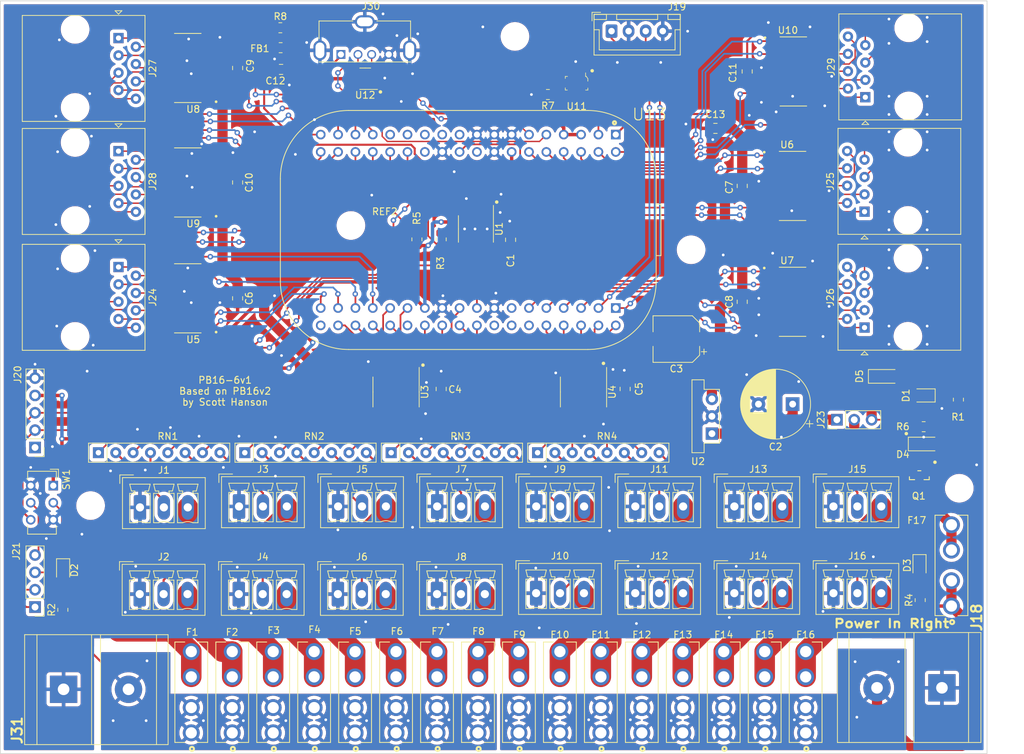
<source format=kicad_pcb>
(kicad_pcb (version 20211014) (generator pcbnew)
  (layers (0 "F.Cu" signal) (31 "B.Cu" signal) (34 "B.Paste" user) (35 "F.Paste" user) (36 "B.SilkS" user "B.Silkscreen") (37 "F.SilkS" user "F.Silkscreen") (38 "B.Mask" user) (39 "F.Mask" user) (44 "Edge.Cuts" user))
  (net 0 "")
  (net 1 "GND")
  (net 2 "+3V3")
  (net 3 "+5V")
  (net 4 "V_USB")
  (net 5 "Net-(D1-Pad1)")
  (net 6 "Net-(D2-Pad2)")
  (net 7 "Net-(D3-Pad2)")
  (net 8 "VCC")
  (net 9 "Net-(D4-Pad2)")
  (net 10 "VIN1")
  (net 11 "/VIN_FUSE")
  (net 12 "/Output 1 - 8/VOUT1")
  (net 13 "/Output 1 - 8/VOUT2")
  (net 14 "/Output 1 - 8/VOUT3")
  (net 15 "/Output 1 - 8/VOUT4")
  (net 16 "/Output 1 - 8/VOUT5")
  (net 17 "/Output 1 - 8/VOUT6")
  (net 18 "/Output 1 - 8/VOUT7")
  (net 19 "/Output 1 - 8/VOUT8")
  (net 20 "/USB/V_USB_FB")
  (net 21 "VIN2")
  (net 22 "GPIO1")
  (net 23 "GPIO2")
  (net 24 "I2C_SCL")
  (net 25 "I2C_SDA")
  (net 26 "/OLED_Pin_3")
  (net 27 "/OLED_Pin_4")
  (net 28 "/Output 1 - 8/DOUT1")
  (net 29 "/Output 1 - 8/DOUT2")
  (net 30 "/Output 1 - 8/DOUT4")
  (net 31 "/Output 1 - 8/DOUT5")
  (net 32 "/Output 1 - 8/DOUT6")
  (net 33 "/Output 1 - 8/DOUT7")
  (net 34 "/Output 1 - 8/DOUT8")
  (net 35 "OUT21+")
  (net 36 "OUT21-")
  (net 37 "OUT22+")
  (net 38 "OUT22-")
  (net 39 "OUT23+")
  (net 40 "OUT23-")
  (net 41 "OUT24+")
  (net 42 "OUT24-")
  (net 43 "OUT25+")
  (net 44 "OUT25-")
  (net 45 "OUT26+")
  (net 46 "OUT26-")
  (net 47 "OUT27+")
  (net 48 "OUT27-")
  (net 49 "OUT28+")
  (net 50 "OUT28-")
  (net 51 "OUT17+")
  (net 52 "OUT17-")
  (net 53 "OUT18+")
  (net 54 "OUT18-")
  (net 55 "OUT19+")
  (net 56 "OUT19-")
  (net 57 "OUT20+")
  (net 58 "OUT20-")
  (net 59 "OUT29+")
  (net 60 "OUT29-")
  (net 61 "OUT30+")
  (net 62 "OUT30-")
  (net 63 "OUT31+")
  (net 64 "OUT31-")
  (net 65 "OUT32+")
  (net 66 "OUT32-")
  (net 67 "OUT33+")
  (net 68 "OUT33-")
  (net 69 "OUT34+")
  (net 70 "OUT34-")
  (net 71 "OUT35+")
  (net 72 "OUT35-")
  (net 73 "OUT36+")
  (net 74 "OUT36-")
  (net 75 "OUT37+")
  (net 76 "OUT37-")
  (net 77 "OUT38+")
  (net 78 "OUT38-")
  (net 79 "OUT39+")
  (net 80 "OUT39-")
  (net 81 "OUT40+")
  (net 82 "OUT40-")
  (net 83 "USB_D-")
  (net 84 "USB_D+")
  (net 85 "USB_DVBUS")
  (net 86 "Net-(R8-Pad2)")
  (net 87 "OUT23")
  (net 88 "OUT22")
  (net 89 "OUT21")
  (net 90 "OUT24")
  (net 91 "OUT27")
  (net 92 "OUT26")
  (net 93 "OUT25")
  (net 94 "OUT28")
  (net 95 "OUT19")
  (net 96 "OUT18")
  (net 97 "OUT17")
  (net 98 "OUT20")
  (net 99 "OUT31")
  (net 100 "OUT30")
  (net 101 "OUT29")
  (net 102 "OUT32")
  (net 103 "OUT35")
  (net 104 "OUT34")
  (net 105 "OUT33")
  (net 106 "OUT36")
  (net 107 "OUT39")
  (net 108 "OUT38")
  (net 109 "OUT37")
  (net 110 "OUT40")
  (net 113 "DATA16")
  (net 114 "DATA15")
  (net 115 "DATA14")
  (net 116 "DATA13")
  (net 119 "DATA12")
  (net 125 "DATA4")
  (net 126 "DATA11")
  (net 127 "DATA5")
  (net 128 "DATA10")
  (net 129 "DATA6")
  (net 130 "DATA9")
  (net 131 "DATA7")
  (net 132 "DATA8")
  (net 137 "Net-(C2-Pad1)")
  (net 139 "DATA1")
  (net 140 "DATA2")
  (net 141 "DATA3")
  (net 143 "/Output 9 - 16/VOUT9")
  (net 144 "/Output 9 - 16/VOUT10")
  (net 145 "/Output 9 - 16/VOUT11")
  (net 146 "/Output 9 - 16/VOUT12")
  (net 147 "/Output 9 - 16/VOUT13")
  (net 148 "/Output 9 - 16/VOUT14")
  (net 149 "/Output 9 - 16/VOUT15")
  (net 150 "/Output 9 - 16/VOUT16")
  (net 151 "/Output 9 - 16/DOUT9")
  (net 152 "/Output 9 - 16/DOUT10")
  (net 153 "/Output 9 - 16/DOUT14")
  (net 154 "/Output 9 - 16/DOUT15")
  (net 155 "/Output 9 - 16/DOUT16")
  (net 157 "/Output 1 - 8/DOUT3")
  (net 158 "Net-(RN1-Pad1)")
  (net 159 "Net-(RN1-Pad3)")
  (net 160 "/Output 9 - 16/DOUT11")
  (net 161 "/Output 9 - 16/DOUT12")
  (net 162 "/Output 9 - 16/DOUT13")
  (net 163 "Net-(RN1-Pad5)")
  (net 164 "Net-(RN1-Pad7)")
  (net 165 "Net-(RN2-Pad1)")
  (net 166 "Net-(RN2-Pad3)")
  (net 167 "Net-(RN2-Pad5)")
  (net 168 "Net-(RN2-Pad7)")
  (net 169 "Net-(RN3-Pad1)")
  (net 170 "Net-(RN3-Pad3)")
  (net 171 "Net-(RN3-Pad5)")
  (net 172 "Net-(RN3-Pad7)")
  (net 173 "Net-(RN4-Pad1)")
  (net 174 "Net-(RN4-Pad3)")
  (net 175 "Net-(RN4-Pad5)")
  (net 176 "Net-(RN4-Pad7)")
  (footprint "Connector_RJ:RJ45_Amphenol_54602-x08_Horizontal" (layer "F.Cu") (at 190.48 99.7865 90)
    (fp_text reference "J26")
    (fp_text value "RJ45")
  )
  (footprint "Connector_Phoenix_MC:PhoenixContact_MCV_1,5_3-G-3.5_1x03_P3.50mm_Vertical" (layer "F.Cu") (at 142.433712 125.984)
    (fp_text reference "J9")
    (fp_text value "~")
  )
  (footprint "Capacitor_SMD:C_0805_2012Metric" (layer "F.Cu") (at 173.3076 62.2808 -90)
    (fp_text reference "C11")
    (fp_text value "0.1uF")
  )
  (footprint "LED_SMD:LED_0805_2012Metric" (layer "F.Cu") (at 198.5264 134.7197 -90)
    (fp_text reference "D3")
    (fp_text value "VIN2")
  )
  (footprint "Resistor_THT:R_Array_SIP8" (layer "F.Cu") (at 78.359 118.11)
    (fp_text reference "RN1")
    (fp_text value "33")
  )
  (footprint "Connector_Phoenix_MC:PhoenixContact_MCV_1,5_3-G-3.5_1x03_P3.50mm_Vertical" (layer "F.Cu") (at 84.4015 138.8185)
    (fp_text reference "J2")
    (fp_text value "~")
  )
  (footprint "Diode_SMD:D_SOD-123" (layer "F.Cu") (at 193.294 106.934)
    (fp_text reference "D5")
    (fp_text value "Zener 5.1V")
  )
  (footprint "Diode_SMD:D_SOD-123" (layer "F.Cu") (at 199.135999 116.84)
    (fp_text reference "D4")
    (fp_text value "Zener 10V" hide)
  )
  (footprint "Resistor_THT:R_Array_SIP8" (layer "F.Cu") (at 121.207 118.11)
    (fp_text reference "RN3")
    (fp_text value "33")
  )
  (footprint "Connector_Phoenix_MC:PhoenixContact_MCV_1,5_3-G-3.5_1x03_P3.50mm_Vertical" (layer "F.Cu") (at 127.935284 125.984)
    (fp_text reference "J7")
    (fp_text value "~")
  )
  (footprint "Connector_PinHeader_2.54mm:PinHeader_1x04_P2.54mm_Vertical" (layer "F.Cu") (at 69.088 140.716 180)
    (fp_text reference "J21")
    (fp_text value "OLED Conn")
  )
  (footprint "Connector_PinHeader_2.54mm:PinHeader_1x05_P2.54mm_Vertical" (layer "F.Cu") (at 69.088 117.348 180)
    (fp_text reference "J20")
    (fp_text value "RTC Conn")
  )
  (footprint "3544-2:FUSE_3544-2" (layer "F.Cu") (at 169.8752 153.186791 90)
    (fp_text reference "F14")
    (fp_text value "3544-2")
  )
  (footprint "Barrier_Blocks:BARRIER_BLOCK_1ROW_2POS_P9.5MM" (layer "F.Cu") (at 207.509 144.445 180)
    (fp_text reference "J18")
    (fp_text value "Power In Right")
  )
  (footprint "MountingHole:MountingHole_3.2mm_M3" (layer "F.Cu") (at 139.319 57.15)
    (fp_text reference "REF3" hide)
    (fp_text value "MountingHole_3.2mm_M3")
  )
  (footprint "Resistor_SMD:R_0805_2012Metric" (layer "F.Cu") (at 104.9865 55.88)
    (fp_text reference "R8")
    (fp_text value "10K")
  )
  (footprint "3544-2:FUSE_3544-2" (layer "F.Cu") (at 203.2 134.62 90)
    (fp_text reference "F17")
    (fp_text value "3544-2" hide)
  )
  (footprint "Barrier_Blocks:BARRIER_BLOCK_1ROW_2POS_P9.5MM" (layer "F.Cu") (at 67.564 160.863)
    (fp_text reference "J31")
    (fp_text value "Power In Left")
  )
  (footprint "Capacitor_SMD:C_0805_2012Metric" (layer "F.Cu") (at 98.7352 95.504 -90)
    (fp_text reference "C6")
    (fp_text value "0.1uF")
  )
  (footprint "Package_SO:SOIC-8_3.9x4.9mm_P1.27mm" (layer "F.Cu") (at 133.604 85.344 -90)
    (fp_text reference "U1")
    (fp_text value "AT24C256C-SSGL-T")
  )
  (footprint "Connector_Phoenix_MC:PhoenixContact_MCV_1,5_3-G-3.5_1x03_P3.50mm_Vertical" (layer "F.Cu") (at 185.929 138.684)
    (fp_text reference "J16")
    (fp_text value "~")
  )
  (footprint "Capacitor_SMD:C_0805_2012Metric" (layer "F.Cu") (at 168.656 70.612 180)
    (fp_text reference "C13")
    (fp_text value "0.1uF")
  )
  (footprint "LED_SMD:LED_0805_2012Metric" (layer "F.Cu") (at 199.136 109.728 180)
    (fp_text reference "D1")
    (fp_text value "5V LED")
  )
  (footprint "3544-2:FUSE_3544-2" (layer "F.Cu") (at 103.9368 153.186791 90)
    (fp_text reference "F3")
    (fp_text value "3544-2")
  )
  (footprint "Connector_Phoenix_MC:PhoenixContact_MCV_1,5_3-G-3.5_1x03_P3.50mm_Vertical" (layer "F.Cu") (at 156.92114 138.684)
    (fp_text reference "J12")
    (fp_text value "~")
  )
  (footprint "3544-2:FUSE_3544-2" (layer "F.Cu") (at 175.8696 153.186791 90)
    (fp_text reference "F15")
    (fp_text value "3544-2")
  )
  (footprint "Capacitor_SMD:C_0805_2012Metric" (layer "F.Cu") (at 98.7352 61.7728 -90)
    (fp_text reference "C9")
    (fp_text value "0.1uF")
  )
  (footprint "Connector_USB:USB_A_Molex_105057_Vertical" (layer "F.Cu") (at 113.848 59.789)
    (fp_text reference "J30")
    (fp_text value "USB_A")
  )
  (footprint "Connector_RJ:RJ45_Amphenol_54602-x08_Horizontal" (layer "F.Cu") (at 190.596 66.0553 90)
    (fp_text reference "J29")
    (fp_text value "RJ45")
  )
  (footprint "Capacitor_SMD:C_0805_2012Metric" (layer "F.Cu") (at 105.09 61.976 180)
    (fp_text reference "C12")
    (fp_text value "0.1uF")
  )
  (footprint "Capacitor_SMD:C_0805_2012Metric" (layer "F.Cu") (at 98.7352 78.5368 -90)
    (fp_text reference "C10")
    (fp_text value "0.1uF")
  )
  (footprint "Capacitor_SMD:C_0805_2012Metric" (layer "F.Cu") (at 155.448 108.778 90)
    (fp_text reference "C5")
    (fp_text value "0.1uF")
  )
  (footprint "Capacitor_SMD:C_0805_2012Metric" (layer "F.Cu") (at 128.524 108.778 90)
    (fp_text reference "C4")
    (fp_text value "0.1uF")
  )
  (footprint "3544-2:FUSE_3544-2" (layer "F.Cu") (at 121.92 153.186791 90)
    (fp_text reference "F6")
    (fp_text value "3544-2")
  )
  (footprint "Connector_Phoenix_MC:PhoenixContact_MCV_1,5_3-G-3.5_1x03_P3.50mm_Vertical" (layer "F.Cu") (at 171.425068 138.684)
    (fp_text reference "J14")
    (fp_text value "~")
  )
  (footprint "Connector_Phoenix_MC:PhoenixContact_MCV_1,5_3-G-3.5_1x03_P3.50mm_Vertical" (layer "F.Cu") (at 127.913284 138.8185)
    (fp_text reference "J8")
    (fp_text value "~")
  )
  (footprint "3544-2:FUSE_3544-2" (layer "F.Cu") (at 127.9144 153.186791 90)
    (fp_text reference "F7")
    (fp_text value "3544-2")
  )
  (footprint "Resistor_SMD:R_0805_2012Metric" (layer "F.Cu") (at 198.628 139.7 90)
    (fp_text reference "R4")
    (fp_text value "1K")
  )
  (footprint "DMP3056L7:Diodes_Inc.-SOT23-01_2017-0-IPC_A" (layer "F.Cu") (at 198.501 121.408934 -90)
    (fp_text reference "Q1")
    (fp_text value "DMP3056L-7" hide)
  )
  (footprint "Connector_JST:JST_XH_B4B-XH-A_1x04_P2.50mm_Vertical" (layer "F.Cu") (at 153.456 56.371)
    (fp_text reference "J19")
    (fp_text value "GPIO Header")
  )
  (footprint "Package_TO_SOT_SMD:SOT-23-6" (layer "F.Cu") (at 117.404 63.345 180)
    (fp_text reference "U12")
    (fp_text value "TPD4S009DBVR")
  )
  (footprint "Button_Switch_THT:SW_CuK_JS202011CQN_DPDT_Straight" (layer "F.Cu") (at 71.755 122.936 -90)
    (fp_text reference "SW1")
    (fp_text value "OLED Select")
  )
  (footprint "3544-2:FUSE_3544-2" (layer "F.Cu") (at 157.8864 153.186791 90)
    (fp_text reference "F12")
    (fp_text value "3544-2")
  )
  (footprint "AM26C31IDR:SOIC127P600X175-16N" (layer "F.Cu") (at 179.948 79.0448)
    (fp_text reference "U6")
    (fp_text value "AM26C31IDR")
  )
  (footprint "MountingHole:MountingHole_3.2mm_M3" (layer "F.Cu") (at 204.343 123.317)
    (fp_text reference "REF5" hide)
    (fp_text value "MountingHole_3.2mm_M3")
  )
  (footprint "Resistor_THT:R_Array_SIP8" (layer "F.Cu") (at 99.783 118.11)
    (fp_text reference "RN2")
    (fp_text value "33")
  )
  (footprint "Resistor_SMD:R_0805_2012Metric" (layer "F.Cu") (at 144.145 65.659 180)
    (fp_text reference "R7")
    (fp_text value "10K")
  )
  (footprint "Package_SO:TSSOP-20_4.4x6.5mm_P0.65mm" (layer "F.Cu") (at 149.352 109.22 -90)
    (fp_text reference "U4")
    (fp_text value "SN74HCT245PWR")
  )
  (footprint "Connector_Phoenix_MC:PhoenixContact_MCV_1,5_3-G-3.5_1x03_P3.50mm_Vertical" (layer "F.Cu") (at 142.417212 138.684)
    (fp_text reference "J10")
    (fp_text value "~")
  )
  (footprint "3544-2:FUSE_3544-2" (layer "F.Cu") (at 109.9312 153.186791 90)
    (fp_text reference "F4")
    (fp_text value "3544-2")
  )
  (footprint "3544-2:FUSE_3544-2" (layer "F.Cu") (at 145.8976 153.186791 90)
    (fp_text reference "F10")
    (fp_text value "3544-2")
  )
  (footprint "Resistor_SMD:R_0805_2012Metric" (layer "F.Cu") (at 73.152 141.1205 90)
    (fp_text reference "R2")
    (fp_text value "1K")
  )
  (footprint "Capacitor_SMD:CP_Elec_6.3x5.4_Nichicon" (layer "F.Cu") (at 162.941 101.473 180)
    (fp_text reference "C3")
    (fp_text value "100uF")
  )
  (footprint "Resistor_SMD:R_0805_2012Metric" (layer "F.Cu") (at 105.029 58.801 180)
    (fp_text reference "FB1")
    (fp_text value "150 OHM")
  )
  (footprint "Connector_Phoenix_MC:PhoenixContact_MCV_1,5_3-G-3.5_1x03_P3.50mm_Vertical" (layer "F.Cu") (at 84.44 126.1185)
    (fp_text reference "J1")
    (fp_text value "~")
  )
  (footprint "Package_SO:TSSOP-20_4.4x6.5mm_P0.65mm" (layer "F.Cu") (at 121.92 109.22 -90)
    (fp_text reference "U3")
    (fp_text value "SN74HCT245PWR")
  )
  (footprint "Connector_Phoenix_MC:PhoenixContact_MCV_1,5_3-G-3.5_1x03_P3.50mm_Vertical" (layer "F.Cu") (at 156.93214 125.984)
    (fp_text reference "J11")
    (fp_text value "~")
  )
  (footprint "Connector_RJ:RJ45_Amphenol_54602-x08_Horizontal" (layer "F.Cu") (at 81.3 73.9495 -90)
    (fp_text reference "J28")
    (fp_text value "RJ45")
  )
  (footprint "Connector_Phoenix_MC:PhoenixContact_MCV_1,5_3-G-3.5_1x03_P3.50mm_Vertical" (layer "F.Cu") (at 185.929 125.984)
    (fp_text reference "J15")
    (fp_text value "~")
  )
  (footprint "Resistor_SMD:R_0805_2012Metric" (layer "F.Cu") (at 124.968 86.868 90)
    (fp_text reference "R5")
    (fp_text value "4.7k")
  )
  (footprint "3544-2:FUSE_3544-2" (layer "F.Cu") (at 151.892 153.186791 90)
    (fp_text reference "F11")
    (fp_text value "3544-2")
  )
  (footprint "Connector_RJ:RJ45_Amphenol_54602-x08_Horizontal" (layer "F.Cu") (at 81.3 57.3887 -90)
    (fp_text reference "J27")
    (fp_text value "RJ45")
  )
  (footprint "AM26C31IDR:SOIC127P600X175-16N" (layer "F.Cu") (at 180.064 62.2808)
    (fp_text reference "U10")
    (fp_text value "AM26C31IDR")
  )
  (footprint "Capacitor_SMD:C_0805_2012Metric" (layer "F.Cu") (at 138.684 86.934 -90)
    (fp_text reference "C1")
    (fp_text value "0.1uF")
  )
  (footprint "Connector_Phoenix_MC:PhoenixContact_MCV_1,5_3-G-3.5_1x03_P3.50mm_Vertical" (layer "F.Cu") (at 171.430568 125.984)
    (fp_text reference "J13")
    (fp_text value "~")
  )
  (footprint "Capacitor_SMD:C_0805_2012Metric" (layer "F.Cu") (at 172.582 96.012 -90)
    (fp_text reference "C8")
    (fp_text value "0.1uF")
  )
  (footprint "MountingHole:MountingHole_3.2mm_M3" (layer "F.Cu") (at 77.216 125.857)
    (fp_text reference "REF1" hide)
    (fp_text value "MountingHole_3.2mm_M3")
  )
  (footprint "Connector_PinHeader_2.54mm:PinHeader_1x03_P2.54mm_Vertical" (layer "F.Cu") (at 186.436 113.284 90)
    (fp_text reference "J23")
    (fp_text value "VIN Voltage")
  )
  (footprint "3544-2:FUSE_3544-2" (layer "F.Cu") (at 163.8808 153.186791 90)
    (fp_text reference "F13")
    (fp_text value "3544-2")
  )
  (footprint "Resistor_THT:R_Array_SIP8" (layer "F.Cu") (at 142.631 118.11)
    (fp_text reference "RN4")
    (fp_text value "33")
  )
  (footprint "Connector_Phoenix_MC:PhoenixContact_MCV_1,5_3-G-3.5_1x03_P3.50mm_Vertical" (layer "F.Cu") (at 98.938428 125.984)
    (fp_text reference "J3")
    (fp_text value "~")
  )
  (footprint "Resistor_SMD:R_0805_2012Metric" (layer "F.Cu") (at 199.135999 114.3 180)
    (fp_text reference "R6")
    (fp_text value "100K")
  )
  (footprint "Connector_Phoenix_MC:PhoenixContact_MCV_1,5_3-G-3.5_1x03_P3.50mm_Vertical" (layer "F.Cu") (at 113.436856 125.984)
    (fp_text reference "J5")
    (fp_text value "~")
  )
  (footprint "3544-2:FUSE_3544-2" (layer "F.Cu") (at 97.9424 153.186791 90)
    (fp_text reference "F2")
    (fp_text value "3544-2")
  )
  (footprint "Connector_Phoenix_MC:PhoenixContact_MCV_1,5_3-G-3.5_1x03_P3.50mm_Vertical" (layer "F.Cu") (at 98.905428 138.8185)
    (fp_text reference "J4")
    (fp_text value "~")
  )
  (footprint "3544-2:FUSE_3544-2" (layer "F.Cu") (at 91.948 153.186791 90)
    (fp_text reference "F1")
    (fp_text value "3544-2")
  )
  (footprint "Connector_RJ:RJ45_Amphenol_54602-x08_Horizontal" (layer "F.Cu") (at 190.48 82.8193 90)
    (fp_text reference "J25")
    (fp_text value "RJ45")
  )
  (footprint "3544-2:FUSE_3544-2" (layer "F.Cu") (at 115.9256 153.198 90)
    (fp_text reference "F5")
    (fp_text value "3544-2")
  )
  (footprint "Resistor_SMD:R_0805_2012Metric" (layer "F.Cu") (at 204.216 110.3395 -90)
    (fp_text reference "R1")
    (fp_text value "120")
  )
  (footprint "Capacitor_SMD:C_0805_2012Metric" (layer "F.Cu") (at 172.582 79.0448 -90)
    (fp_text reference "C7")
    (fp_text value "0.1uF")
  )
  (footprint "AM26C31IDR:SOIC127P600X175-16N" (layer "F.Cu") (at 91.44 61.7728 180)
    (fp_text reference "U8")
    (fp_text value "AM26C31IDR")
  )
  (footprint "digikey-footprints:SOT-753" (layer "F.Cu") (at 148.336 64.008 180)
    (fp_text reference "U11")
    (fp_text value "TPS2051BDBVR")
  )
  (footprint "Converter_DCDC:Converter_DCDC_Murata_OKI-78SR_Vertical" (layer "F.Cu") (at 168.147 115.321 90)
    (fp_text reference "U2")
    (fp_text value "OKI-78SR-5_1.5-W36-C")
  )
  (footprint "AM26C31IDR:SOIC127P600X175-16N" (layer "F.Cu") (at 91.44 78.5368 180)
    (fp_text reference "U9")
    (fp_text value "AM26C31IDR")
  )
  (footprint "Capacitor_THT:CP_Radial_D10.0mm_P5.00mm" (layer "F.Cu") (at 179.959 110.998 180)
    (fp_text reference "C2")
    (fp_text value "220uF")
  )
  (footprint "MountingHole:MountingHole_3.2mm_M3" (layer "F.Cu") (at 115.316 84.836)
    (fp_text reference "REF2")
    (fp_text value "MountingHole_3.2mm_M3")
  )
  (footprint "MountingHole:MountingHole_3.2mm_M3" (layer "F.Cu") (at 165.1 88.392)
    (fp_text reference "REF4" hide)
    (fp_text value "MountingHole_3.2mm_M3")
  )
  (footprint "Connector_RJ:RJ45_Amphenol_54602-x08_Horizontal" (layer "F.Cu") (at 81.3 90.9167 -90)
    (fp_text reference "J24")
    (fp_text value "RJ45")
  )
  (footprint "3544-2:FUSE_3544-2" (layer "F.Cu") (at 133.9088 153.186791 90)
    (fp_text reference "F8")
    (fp_text value "3544-2")
  )
  (footprint "Connector_Phoenix_MC:PhoenixContact_MCV_1,5_3-G-3.5_1x03_P3.50mm_Vertical" (layer "F.Cu") (at 113.409356 138.8185)
    (fp_text reference "J6")
    (fp_text value "~")
  )
  (footprint "LED_SMD:LED_0805_2012Metric" (layer "F.Cu") (at 73.197 135.3312 -90)
    (fp_text reference "D2")
    (fp_text value "VIN1 LED")
  )
  (footprint "AM26C31IDR:SOIC127P600X175-16N" (layer "F.Cu") (at 179.948 96.012)
    (fp_text reference "U7")
    (fp_text value "AM26C31IDR")
  )
  (footprint "3544-2:FUSE_3544-2" (layer "F.Cu") (at 139.9032 153.186791 90)
    (fp_text reference "F9")
    (fp_text value "3544-2")
  )
  (footprint "POCKETBEAGLE-SC-569:BEAGLE_POCKETBEAGLE-SC-569" (layer "F.Cu") (at 132.4864 85.4964 -90)
    (fp_text reference "U13")
    (fp_text value "POCKETBEAGLE-SC-569" hide)
  )
  (footprint "3544-2:FUSE_3544-2" (layer "F.Cu") (at 181.864 153.186791 90)
    (fp_text reference "F16")
    (fp_text value "3544-2")
  )
  (footprint "Resistor_SMD:R_0805_2012Metric" (layer "F.Cu") (at 128.524 86.868 -90)
    (fp_text reference "R3")
    (fp_text value "4.7k")
  )
  (footprint "AM26C31IDR:SOIC127P600X175-16N" (layer "F.Cu") (at 91.44 95.504 180)
    (fp_text reference "U5")
    (fp_text value "AM26C31IDR")
  )
  (gr_circle (center 150.622 62.177395) (end 150.801605 62.177395) (layer "F.SilkS") (width 0.15) (fill solid))
  (gr_circle (center 125.857 105.283) (end 126.036605 105.283) (layer "F.SilkS") (width 0.15) (fill solid))
  (gr_circle (center 152.273 105.029) (end 152.452605 105.029) (layer "F.SilkS") (width 0.15) (fill solid))
  (gr_circle (center 119.634 65.278) (end 119.813605 65.278) (layer "F.SilkS") (width 0.15) (fill solid))
  (gr_circle (center 200.787 119.507) (end 200.966605 119.507) (layer "F.SilkS") (width 0.15) (fill solid))
  (gr_circle (center 196.596 115.316) (end 196.775605 115.316) (layer "F.SilkS") (width 0.15) (fill solid))
  (gr_circle (center 136.652 81.407) (end 136.831605 81.407) (layer "F.SilkS") (width 0.15) (fill solid))
  (gr_rect (start 64.008 51.943) (end 208.407 162.179) (layer "Edge.Cuts") (width 0.1) (fill none))
  (gr_text "PB16-6v1\nBased on PB16v2\nby Scott Hanson" (at 96.901 109.093) (layer "F.SilkS") (effects (font (size 1 1))))
  (segment (start 91.0082 77.9018) (end 91.313 77.597) (width 0.25) (layer "F.Cu") (net 1))
  (segment (start 91.948 96.139) (end 93.915 96.139) (width 0.25) (layer "F.Cu") (net 1))
  (segment (start 91.44 91.059) (end 93.915 91.059) (width 0.25) (layer "F.Cu") (net 1))
  (segment (start 118.995 106.35) (end 118.995 105.914) (width 0.25) (layer "F.Cu") (net 1))
  (segment (start 94.042 90.932) (end 93.915 91.059) (width 0.3) (layer "F.Cu") (net 1))
  (segment (start 88.965 94.869) (end 90.551 94.869) (width 0.25) (layer "F.Cu") (net 1))
  (segment (start 96.0882 57.3278) (end 96.139 57.277) (width 0.25) (layer "F.Cu") (net 1))
  (segment (start 177.473 78.4098) (end 175.0568 78.4098) (width 0.25) (layer "F.Cu") (net 1))
  (segment (start 124.569159 113.14452) (end 124.195 112.770361) (width 0.25) (layer "F.Cu") (net 1))
  (segment (start 175.4632 61.6458) (end 175.387 61.722) (width 0.25) (layer "F.Cu") (net 1))
  (segment (start 175.133 95.377) (end 175.006 95.504) (width 0.25) (layer "F.Cu") (net 1))
  (segment (start 175.0568 78.4098) (end 175.006 78.359) (width 0.25) (layer "F.Cu") (net 1))
  (segment (start 185.293 96.676) (end 182.452 96.676) (width 0.25) (layer "F.Cu") (net 1))
  (segment (start 185.674 62.992) (end 185.5978 62.9158) (width 0.25) (layer "F.Cu") (net 1))
  (segment (start 124.195 112.770361) (end 124.195 112.09) (width 0.25) (layer "F.Cu") (net 1))
  (segment (start 176.965 100.965) (end 177.473 100.457) (width 0.25) (layer "F.Cu") (net 1))
  (segment (start 88.965 61.1378) (end 90.8812 61.1378) (width 0.25) (layer "F.Cu") (net 1))
  (segment (start 126.238 112.395) (end 125.48848 113.14452) (width 0.25) (layer "F.Cu") (net 1))
  (segment (start 174.625 100.965) (end 176.965 100.965) (width 0.25) (layer "F.Cu") (net 1))
  (segment (start 182.452 96.676) (end 182.423 96.647) (width 0.25) (layer "F.Cu") (net 1))
  (segment (start 93.7118 62.611) (end 93.915 62.4078) (width 0.25) (layer "F.Cu") (net 1))
  (segment (start 151.627 113.273) (end 152.273 113.919) (width 0.25) (layer "F.Cu") (net 1))
  (segment (start 175.387 66.802) (end 175.4632 66.7258) (width 0.25) (layer "F.Cu") (net 1))
  (segment (start 88.965 77.9018) (end 91.0082 77.9018) (width 0.25) (layer "F.Cu") (net 1))
  (segment (start 92.075 79.248) (end 93.8388 79.248) (width 0.25) (layer "F.Cu") (net 1))
  (segment (start 185.293 79.756) (end 182.4992 79.756) (width 0.25) (layer "F.Cu") (net 1))
  (segment (start 93.915 74.0918) (end 92.2407 74.0918) (width 0.25) (layer "F.Cu") (net 1))
  (segment (start 93.915 57.3278) (end 96.0882 57.3278) (width 0.25) (layer "F.Cu") (net 1))
  (segment (start 125.48848 113.14452) (end 124.569159 113.14452) (width 0.25) (layer "F.Cu") (net 1))
  (segment (start 91.948 62.611) (end 93.7118 62.611) (width 0.25) (layer "F.Cu") (net 1))
  (segment (start 90.8812 61.1378) (end 91.313 60.706) (width 0.25) (layer "F.Cu") (net 1))
  (segment (start 151.627 112.09) (end 151.627 113.273) (width 0.25) (layer "F.Cu") (net 1))
  (segment (start 175.4632 66.7258) (end 177.589 66.7258) (width 0.25) (layer "F.Cu") (net 1))
  (segment (start 182.4992 79.756) (end 182.423 79.6798) (width 0.25) (layer "F.Cu") (net 1))
  (segment (start 92.2407 74.0918) (end 92.0375 74.295) (width 0.25) (layer "F.Cu") (net 1))
  (segment (start 185.5978 62.9158) (end 182.539 62.9158) (width 0.25) (layer "F.Cu") (net 1))
  (segment (start 177.473 95.377) (end 175.133 95.377) (width 0.25) (layer "F.Cu") (net 1))
  (segment (start 93.8388 79.248) (end 93.915 79.1718) (width 0.25) (layer "F.Cu") (net 1))
  (segment (start 177.589 61.6458) (end 175.4632 61.6458) (width 0.25) (layer "F.Cu") (net 1))
  (segment (start 118.995 105.914) (end 117.856 104.775) (width 0.25) (layer "F.Cu") (net 1))
  (segment (start 90.551 94.869) (end 90.932 94.488) (width 0.25) (layer "F.Cu") (net 1))
  (via (at 130.429 76.962) (size 0.8) (drill 0.4) (layers "F.Cu" "B.Cu") (net 1))
  (via (at 137.16 82.931) (size 0.8) (drill 0.4) (layers "F.Cu" "B.Cu") (net 1))
  (via (at 120.269 63.246) (size 0.8) (drill 0.4) (layers "F.Cu" "B.Cu") (net 1))
  (via (at 127.762 134.874) (size 0.8) (drill 0.4) (layers "F.Cu" "B.Cu") (net 1))
  (via (at 137.287 80.264) (size 0.8) (drill 0.4) (layers "F.Cu" "B.Cu") (net 1))
  (via (at 182.499 55.753) (size 0.8) (drill 0.4) (layers "F.Cu" "B.Cu") (net 1))
  (via (at 117.856 104.775) (size 0.8) (drill 0.4) (layers "F.Cu" "B.Cu") (net 1))
  (via (at 92.075 79.248) (size 0.8) (drill 0.4) (layers "F.Cu" "B.Cu") (net 1))
  (via (at 129.54 143.256) (size 0.8) (drill 0.4) (layers "F.Cu" "B.Cu") (net 1))
  (via (at 98.044 74.168) (size 0.8) (drill 0.4) (layers "F.Cu" "B.Cu") (net 1))
  (via (at 206.883 119.888) (size 0.8) (drill 0.4) (layers "F.Cu" "B.Cu") (net 1))
  (via (at 91.567 57.531) (size 0.8) (drill 0.4) (layers "F.Cu" "B.Cu") (net 1))
  (via (at 108.839 58.039) (size 0.8) (drill 0.4) (layers "F.Cu" "B.Cu") (net 1))
  (via (at 173.609 68.707) (size 0.8) (drill 0.4) (layers "F.Cu" "B.Cu") (net 1))
  (via (at 98.933 115.697) (size 0.8) (drill 0.4) (layers "F.Cu" "B.Cu") (net 1))
  (via (at 184.404 141.351) (size 0.8) (drill 0.4) (layers "F.Cu" "B.Cu") (net 1))
  (via (at 134.62 55.753) (size 0.8) (drill 0.4) (layers "F.Cu" "B.Cu") (net 1))
  (via (at 80.137 120.777) (size 0.8) (drill 0.4) (layers "F.Cu" "B.Cu") (net 1))
  (via (at 125.603 116.078) (size 0.8) (drill 0.4) (layers "F.Cu" "B.Cu") (net 1))
  (via (at 153.035 123.19) (size 0.8) (drill 0.4) (layers "F.Cu" "B.Cu") (net 1))
  (via (at 72.644 57.658) (size 0.8) (drill 0.4) (layers "F.Cu" "B.Cu") (net 1))
  (via (at 185.293 96.676) (size 0.8) (drill 0.4) (layers "F.Cu" "B.Cu") (net 1))
  (via (at 120.015 53.848) (size 0.8) (drill 0.4) (layers "F.Cu" "B.Cu") (net 1))
  (via (at 169.799 89.154) (size 0.8) (drill 0.4) (layers "F.Cu" "B.Cu") (net 1))
  (via (at 194.056 68.58) (size 0.8) (drill 0.4) (layers "F.Cu" "B.Cu") (net 1))
  (via (at 157.353 134.747) (size 0.8) (drill 0.4) (layers "F.Cu" "B.Cu") (net 1))
  (via (at 118.364 80.391) (size 0.8) (drill 0.4) (layers "F.Cu" "B.Cu") (net 1))
  (via (at 194.056 102.235) (size 0.8) (drill 0.4) (layers "F.Cu" "B.Cu") (net 1))
  (via (at 77.851 88.519) (size 0.8) (drill 0.4) (layers "F.Cu" "B.Cu") (net 1))
  (via (at 194.056 65.913) (size 0.8) (drill 0.4) (layers "F.Cu" "B.Cu") (net 1))
  (via (at 91.313 77.597) (size 0.8) (drill 0.4) (layers "F.Cu" "B.Cu") (net 1))
  (via (at 194.056 99.568) (size 0.8) (drill 0.4) (layers "F.Cu" "B.Cu") (net 1))
  (via (at 132.334 122.047) (size 0.8) (drill 0.4) (layers "F.Cu" "B.Cu") (net 1))
  (via (at 153.162 129.54) (size 0.8) (drill 0.4) (layers "F.Cu" "B.Cu") (net 1))
  (via (at 175.387 61.722) (size 0.8) (drill 0.4) (layers "F.Cu" "B.Cu") (net 1))
  (via (at 107.188 74.422) (size 0.8) (drill 0.4) (layers "F.Cu" "B.Cu") (net 1))
  (via (at 186.309 134.747) (size 0.8) (drill 0.4) (layers "F.Cu" "B.Cu") (net 1))
  (via (at 185.293 79.756) (size 0.8) (drill 0.4) (layers "F.Cu" "B.Cu") (net 1))
  (via (at 106.299 64.262) (size 0.8) (drill 0.4) (layers "F.Cu" "B.Cu") (net 1))
  (via (at 194.056 88.392) (size 0.8) (drill 0.4) (layers "F.Cu" "B.Cu") (net 1))
  (via (at 142.875 143.764) (size 0.8) (drill 0.4) (layers "F.Cu" "B.Cu") (net 1))
  (via (at 72.136 84.709) (size 0.8) (drill 0.4) (layers "F.Cu" "B.Cu") (net 1))
  (via (at 141.732 65.659) (size 0.8) (drill 0.4) (layers "F.Cu" "B.Cu") (net 1))
  (via (at 199.644 57.912) (size 0.8) (drill 0.4) (layers "F.Cu" "B.Cu") (net 1))
  (via (at 91.313 60.706) (size 0.8) (drill 0.4) (layers "F.Cu" "B.Cu") (net 1))
  (via (at 125.095 56.769) (size 0.8) (drill 0.4) (layers "F.Cu" "B.Cu") (net 1))
  (via (at 77.343 71.755) (size 0.8) (drill 0.4) (layers "F.Cu" "B.Cu") (net 1))
  (via (at 88.9 114.427) (size 0.8) (drill 0.4) (layers "F.Cu" "B.Cu") (net 1))
  (via (at 145.288 106.426) (size 0.8) (drill 0.4) (layers "F.Cu" "B.Cu") (net 1))
  (via (at 175.006 78.359) (size 0.8) (drill 0.4) (layers "F.Cu" "B.Cu") (net 1))
  (via (at 138.557 84.201) (size 0.8) (drill 0.4) (layers "F.Cu" "B.Cu") (net 1))
  (via (at 126.365 107.823) (size 0.8) (drill 0.4) (layers "F.Cu" "B.Cu") (net 1))
  (via (at 199.644 102.235) (size 0.8) (drill 0.4) (layers "F.Cu" "B.Cu") (net 1))
  (via (at 199.136 115.824) (size 0.8) (drill 0.4) (layers "F.Cu" "B.Cu") (net 1))
  (via (at 185.674 62.992) (size 0.8) (drill 0.4) (layers "F.Cu" "B.Cu") (net 1))
  (via (at 179.959 65.913) (size 0.8) (drill 0.4) (layers "F.Cu" "B.Cu") (net 1))
  (via (at 105.156 103.886) (size 0.8) (drill 0.4) (layers "F.Cu" "B.Cu") (net 1))
  (via (at 194.056 82.804) (size 0.8) (drill 0.4) (layers "F.Cu" "B.Cu") (net 1))
  (via (at 149.479 115.697) (size 0.8) (drill 0.4) (layers "F.Cu" "B.Cu") (net 1))
  (via (at 76.708 106.172) (size 0.8) (drill 0.4) (layers "F.Cu" "B.Cu") (net 1))
  (via (at 126.238 112.395) (size 0.8) (drill 0.4) (layers "F.Cu" "B.Cu") (net 1))
  (via (at 177.038 88.9) (size 0.8) (drill 0.4) (layers "F.Cu" "B.Cu") (net 1))
  (via (at 98.679 134.874) (size 0.8) (drill 0.4) (layers "F.Cu" "B.Cu") (net 1))
  (via (at 199.644 68.58) (size 0.8) (drill 0.4) (layers "F.Cu" "B.Cu") (net 1))
  (via (at 96.139 96.139) (size 0.8) (drill 0.4) (layers "F.Cu" "B.Cu") (net 1))
  (via (at 174.625 100.965) (size 0.8) (drill 0.4) (layers "F.Cu" "B.Cu") (net 1))
  (via (at 70.739 130.683) (size 0.8) (drill 0.4) (layers "F.Cu" "B.Cu") (net 1))
  (via (at 100.838 99.568) (size 0.8) (drill 0.4) (layers "F.Cu" "B.Cu") (net 1))
  (via (at 93.091 115.697) (size 0.8) (drill 0.4) (layers "F.Cu" "B.Cu") (net 1))
  (via (at 77.089 82.042) (size 0.8) (drill 0.4) (layers "F.Cu" "B.Cu") (net 1))
  (via (at 199.644 65.913) (size 0.8) (drill 0.4) (layers "F.Cu" "B.Cu") (net 1))
  (via (at 72.136 68.834) (size 0.8) (drill 0.4) (layers "F.Cu" "B.Cu") (net 1))
  (via (at 194.056 71.12) (size 0.8) (drill 0.4) (layers "F.Cu" "B.Cu") (net 1))
  (via (at 199.644 88.392) (size 0.8) (drill 0.4) (layers "F.Cu" "B.Cu") (net 1))
  (via (at 164.338 69.977) (size 0.8) (drill 0.4) (layers "F.Cu" "B.Cu") (net 1))
  (via (at 91.44 91.059) (size 0.8) (drill 0.4) (layers "F.Cu" "B.Cu") (net 1))
  (via (at 72.39 91.186) (size 0.8) (drill 0.4) (layers "F.Cu" "B.Cu") (net 1))
  (via (at 168.275 72.263) (size 0.8) (drill 0.4) (layers "F.Cu" "B.Cu") (net 1))
  (via (at 153.67 105.918) (size 0.8) (drill 0.4) (layers "F.Cu" "B.Cu") (net 1))
  (via (at 124.333 62.611) (size 0.8) (drill 0.4) (layers "F.Cu" "B.Cu") (net 1))
  (via (at 90.932 94.488) (size 0.8) (drill 0.4) (layers "F.Cu" "B.Cu") (net 1))
  (via (at 72.39 74.041) (size 0.8) (drill 0.4) (layers "F.Cu" "B.Cu") (net 1))
  (via (at 184.658 67.31) (size 0.8) (drill 0.4) (layers "F.Cu" "B.Cu") (net 1))
  (via (at 194.056 58.166) (size 0.8) (drill 0.4) (layers "F.Cu" "B.Cu") (net 1))
  (via (at 180.848 107.696) (size 0.8) (drill 0.4) (layers "F.Cu" "B.Cu") (net 1))
  (via (at 182.88 90.043) (size 0.8) (drill 0.4) (layers "F.Cu" "B.Cu") (net 1))
  (via (at 83.82 134.747) (size 0.8) (drill 0.4) (layers "F.Cu" "B.Cu") (net 1))
  (via (at 148.209 60.833) (size 0.8) (drill 0.4) (layers "F.Cu" "B.Cu") (net 1))
  (via (at 91.948 96.139) (size 0.8) (drill 0.4) (layers "F.Cu" "B.Cu") (net 1))
  (via (at 179.832 82.677) (size 0.8) (drill 0.4) (layers "F.Cu" "B.Cu") (net 1))
  (via (at 152.273 113.919) (size 0.8) (drill 0.4) (layers "F.Cu" "B.Cu") (net 1))
  (via (at 191.77 133.35) (size 0.8) (drill 0.4) (layers "F.Cu" "B.Cu") (net 1))
  (via (at 104.267 115.824) (size 0.8) (drill 0.4) (layers "F.Cu" "B.Cu") (net 1))
  (via (at 112.903 134.874) (size 0.8) (drill 0.4) (layers "F.Cu" "B.Cu") (net 1))
  (via (at 184.404 101.092) (size 0.8) (drill 0.4) (layers "F.Cu" "B.Cu") (net 1))
  (via (at 175.387 66.802) (size 0.8) (drill 0.4) (layers "F.Cu" "B.Cu") (net 1))
  (via (at 170.688 142.24) (size 0.8) (drill 0.4) (layers "F.Cu" "B.Cu") (net 1))
  (via (at 72.263 99.568) (size 0.8) (drill 0.4) (layers "F.Cu" "B.Cu") (net 1))
  (via (at 194.056 85.471) (size 0.8) (drill 0.4) (layers "F.Cu" "B.Cu") (net 1))
  (via (at 175.006 97.917) (size 0.8) (drill 0.4) (layers "F.Cu" "B.Cu") (net 1))
  (via (at 128.778 95.123) (size 0.8) (drill 0.4) (layers "F.Cu" "B.Cu") (net 1))
  (via (at 69.088 105.156) (size 0.8) (drill 0.4) (layers "F.Cu" "B.Cu") (net 1))
  (via (at 124.333 129.032) (size 0.8) (drill 0.4) (layers "F.Cu" "B.Cu") (net 1))
  (via (at 104.14 95.123) (size 0.8) (drill 0.4) (layers "F.Cu" "B.Cu") (net 1))
  (via (at 117.475 142.875) (size 0.8) (drill 0.4) (layers "F.Cu" "B.Cu") (net 1))
  (via (at 101.219 71.12) (size 0.8) (drill 0.4) (layers "F.Cu" "B.Cu") (net 1))
  (via (at 194.056 73.787) (size 0.8) (drill 0.4) (layers "F.Cu" "B.Cu") (net 1))
  (via (at 133.477 85.344) (size 0.8) (drill 0.4) (layers "F.Cu" "B.Cu") (net 1))
  (via (at 142.367 135.001) (size 0.8) (drill 0.4) (layers "F.Cu" "B.Cu") (net 1))
  (via (at 69.85 124.079) (size 0.8) (drill 0.4) (layers "F.Cu" "B.Cu") (net 1))
  (via (at 132.207 80.899) (size 0.8) (drill 0.4) (layers "F.Cu" "B.Cu") (net 1))
  (via (at 175.006 95.504) (size 0.8) (drill 0.4) (layers "F.Cu" "B.Cu") (net 1))
  (via (at 75.946 130.048) (size 0.8) (drill 0.4) (layers "F.Cu" "B.Cu") (net 1))
  (via (at 199.644 91.059) (size 0.8) (drill 0.4) (layers "F.Cu" "B.Cu") (net 1))
  (via (at 136.525 94.742) (size 0.8) (drill 0.4) (layers "F.Cu" "B.Cu") (net 1))
  (via (at 104.267 121.539) (size 0.8) (drill 0.4) (layers "F.Cu" "B.Cu") (net 1))
  (via (at 176.403 55.118) (size 0.8) (drill 0.4) (layers "F.Cu" "B.Cu") (net 1))
  (via (at 160.655 60.96) (size 0.8) (drill 0.4) (layers "F.Cu" "B.Cu") (net 1))
  (via (at 194.056 54.61) (size 0.8) (drill 0.4) (layers "F.Cu" "B.Cu") (net 1))
  (via (at 199.644 85.471) (size 0.8) (drill 0.4) (layers "F.Cu" "B.Cu") (net 1))
  (via (at 143.764 120.142) (size 0.8) (drill 0.4) (layers "F.Cu" "B.Cu") (net 1))
  (via (at 199.644 73.787) (size 0.8) (drill 0.4) (layers "F.Cu" "B.Cu") (net 1))
  (via (at 171.704 134.747) (size 0.8) (drill 0.4) (layers "F.Cu" "B.Cu") (net 1))
  (via (at 155.321 106.045) (size 0.8) (drill 0.4) (layers "F.Cu" "B.Cu") (net 1))
  (via (at 177.546 68.199) (size 0.8) (drill 0.4) (layers "F.Cu" "B.Cu") (net 1))
  (via (at 82.296 141.478) (size 0.8) (drill 0.4) (layers "F.Cu" "B.Cu") (net 1))
  (via (at 199.644 54.356) (size 0.8) (drill 0.4) (layers "F.Cu" "B.Cu") (net 1))
  (via (at 77.089 65.532) (size 0.8) (drill 0.4) (layers "F.Cu" "B.Cu") (net 1))
  (via (at 199.644 99.568) (size 0.8) (drill 0.4) (layers "F.Cu" "B.Cu") (net 1))
  (via (at 91.948 62.611) (size 0.8) (drill 0.4) (layers "F.Cu" "B.Cu") (net 1))
  (via (at 199.644 82.804) (size 0.8) (drill 0.4) (layers "F.Cu" "B.Cu") (net 1))
  (via (at 199.644 71.12) (size 0.8) (drill 0.4) (layers "F.Cu" "B.Cu") (net 1))
  (via (at 135.255 85.344) (size 0.8) (drill 0.4) (layers "F.Cu" "B.Cu") (net 1))
  (via (at 130.683 116.078) (size 0.8) (drill 0.4) (layers "F.Cu" "B.Cu") (net 1))
  (via (at 173.228 106.68) (size 0.8) (drill 0.4) (layers "F.Cu" "B.Cu") (net 1))
  (via (at 93.472 72.898) (size 0.8) (drill 0.4) (layers "F.Cu" "B.Cu") (net 1))
  (via (at 201.803 111.633) (size 0.8) (drill 0.4) (layers "F.Cu" "B.Cu") (net 1))
  (via (at 96.647 120.269) (size 0.8) (drill 0.4) (layers "F.Cu" "B.Cu") (net 1))
  (via (at 131.953 85.344) (size 0.8) (drill 0.4) (layers "F.Cu" "B.Cu") (net 1))
  (via (at 92.0375 74.295) (size 0.8) (drill 0.4) (layers "F.Cu" "B.Cu") (net 1))
  (via (at 194.056 91.059) (size 0.8) (drill 0.4) (layers "F.Cu" "B.Cu") (net 1))
  (via (at 68.453 120.269) (size 0.8) (drill 0.4) (layers "F.Cu" "B.Cu") (net 1))
  (via (at 85.217 120.65) (size 0.8) (drill 0.4) (layers "F.Cu" "B.Cu") (net 1))
  (via (at 178.308 115.824) (size 0.8) (drill 0.4) (layers "F.Cu" "B.Cu") (net 1))
  (via (at 77.597 102.362) (size 0.8) (drill 0.4) (layers "F.Cu" "B.Cu") (net 1))
  (via (at 109.982 69.342) (size 0.8) (drill 0.4) (layers "F.Cu" "B.Cu") (net 1))
  (via (at 100.711 141.605) (size 0.8) (drill 0.4) (layers "F.Cu" "B.Cu") (net 1))
  (via (at 164.592 56.388) (size 0.8) (drill 0.4) (layers "F.Cu" "B.Cu") (net 1))
  (via (at 157.099 143.129) (size 0.8) (drill 0.4) (layers "F.Cu" "B.Cu") (net 1))
  (via (at 113.411 129.413) (size 0.8) (drill 0.4) (layers "F.Cu" "B.Cu") (net 1))
  (via (at 154.305 60.96) (size 0.8) (drill 0.4) (layers "F.Cu" "B.Cu") (net 1))
  (via (at 96.139 57.277) (size 0.8) (drill 0.4) (layers "F.Cu" "B.Cu") (net 1))
  (via (at 122.682 66.675) (size 0.8) (drill 0.4) (layers "F.Cu" "B.Cu") (net 1))
  (via (at 128.524 106.172) (size 0.8) (drill 0.4) (layers "F.Cu" "B.Cu") (net 1))
  (via (at 84.074 114.681) (size 0.8) (drill 0.4) (layers "F.Cu" "B.Cu") (net 1))
  (via (at 104.14 60.452) (size 0.8) (drill 0.4) (layers "F.Cu" "B.Cu") (net 1))
  (via (at 71.628 117.221) (size 0.8) (drill 0.4) (layers "F.Cu" "B.Cu") (net 1))
  (via (at 122.047 57.023) (size 0.8) (drill 0.4) (layers "F.Cu" "B.Cu") (net 1))
  (segment (start 124.649911 73.550342) (end 124.112458 73.012889) (width 0.3) (layer "F.Cu") (net 2))
  (segment (start 128.524 84.328) (end 129.921 84.328) (width 0.5) (layer "F.Cu") (net 2))
  (segment (start 85.458712 105.7275) (end 106.2355 105.7275) (width 0.5) (layer "F.Cu") (net 2))
  (segment (start 122.30904 93.09904) (end 126.1364 96.9264) (width 0.5) (layer "F.Cu") (net 2))
  (segment (start 132.5626 78.2574) (end 130.556 80.264) (width 0.5) (layer "F.Cu") (net 2))
  (segment (start 111.295172 93.09904) (end 122.30904 93.09904) (width 0.5) (layer "F.Cu") (net 2))
  (segment (start 126.5955 87.7805) (end 126.619 87.757) (width 0.3) (layer "F.Cu") (net 2))
  (segment (start 124.649911 74.357911) (end 124.649911 73.550342) (width 0.3) (layer "F.Cu") (net 2))
  (segment (start 108.966 101.219) (end 108.966 95.428212) (width 0.5) (layer "F.Cu") (net 2))
  (segment (start 138.8364 78.2574) (end 132.5626 78.2574) (width 0.5) (layer "F.Cu") (net 2))
  (segment (start 73.025 117.856) (end 73.025 116.078) (width 0.5) (layer "F.Cu") (net 2))
  (segment (start 128.936309 85.9555) (end 128.524 85.9555) (width 0.5) (layer "F.Cu") (net 2))
  (segment (start 102.616 57.338) (end 104.074 55.88) (width 0.3) (layer "F.Cu") (net 2))
  (segment (start 138.684 87.884) (end 135.574 87.884) (width 0.5) (layer "F.Cu") (net 2))
  (segment (start 71.755 119.126) (end 73.025 117.856) (width 0.5) (layer "F.Cu") (net 2))
  (segment (start 124.112458 73.012889) (end 107.937889 73.012889) (width 0.3) (layer "F.Cu") (net 2))
  (segment (start 141.097 86.487) (end 139.7 87.884) (width 0.5) (layer "F.Cu") (net 2))
  (segment (start 102.616 67.691) (end 102.616 57.338) (width 0.3) (layer "F.Cu") (net 2))
  (segment (start 107.937889 73.012889) (end 102.616 67.691) (width 0.3) (layer "F.Cu") (net 2))
  (segment (start 129.921 84.970809) (end 128.936309 85.9555) (width 0.5) (layer "F.Cu") (net 2))
  (segment (start 108.966 95.428212) (end 111.295172 93.09904) (width 0.5) (layer "F.Cu") (net 2))
  (segment (start 67.246489 126.727489) (end 68.455 127.936) (width 0.3) (layer "F.Cu") (net 2))
  (segment (start 139.7 87.884) (end 138.684 87.884) (width 0.5) (layer "F.Cu") (net 2))
  (segment (start 130.556 80.264) (end 129.921 80.899) (width 0.5) (layer "F.Cu") (net 2))
  (segment (start 129.921 84.328) (end 129.921 84.970809) (width 0.5) (layer "F.Cu") (net 2))
  (segment (start 138.8364 74.0664) (end 138.8364 78.2574) (width 0.5) (layer "F.Cu") (net 2))
  (segment (start 129.921 80.899) (end 129.921 84.328) (width 0.5) (layer "F.Cu") (net 2))
  (segment (start 124.968 87.7805) (end 126.5955 87.7805) (width 0.5) (layer "F.Cu") (net 2))
  (segment (start 75.108212 116.078) (end 85.458712 105.7275) (width 0.5) (layer "F.Cu") (net 2))
  (segment (start 141.097 83.82) (end 141.097 86.487) (width 0.5) (layer "F.Cu") (net 2))
  (segment (start 138.8364 78.2574) (end 138.8364 81.5594) (width 0.5) (layer "F.Cu") (net 2))
  (segment (start 71.755 121.158) (end 71.755 122.936) (width 0.5) (layer "F.Cu") (net 2))
  (segment (start 68.326 121.158) (end 67.246489 122.237511) (width 0.3) (layer "F.Cu") (net 2))
  (segment (start 71.755 121.158) (end 68.326 121.158) (width 0.3) (layer "F.Cu") (net 2))
  (segment (start 69.088 109.728) (end 73.025 109.728) (width 0.5) (layer "F.Cu") (net 2))
  (segment (start 130.556 80.264) (end 124.649911 74.357911) (width 0.3) (layer "F.Cu") (net 2))
  (segment (start 73.025 116.078) (end 75.108212 116.078) (width 0.5) (layer "F.Cu") (net 2))
  (segment (start 67.246489 122.237511) (end 67.246489 126.727489) (width 0.3) (layer "F.Cu") (net 2))
  (segment (start 138.8364 81.5594) (end 141.097 83.82) (width 0.5) (layer "F.Cu") (net 2))
  (segment (start 71.755 121.158) (end 71.755 119.126) (width 0.5) (layer "F.Cu") (net 2))
  (segment (start 135.574 87.884) (end 135.509 87.819) (width 0.3) (layer "F.Cu") (net 2))
  (segment (start 109.728 101.981) (end 108.966 101.219) (width 0.5) (layer "F.Cu") (net 2))
  (via (at 73.025 109.728) (size 0.8) (drill 0.4) (layers "F.Cu" "B.Cu") (net 2))
  (via (at 106.2355 105.7275) (size 0.8) (drill 0.4) (layers "F.Cu" "B.Cu") (net 2))
  (via (at 126.619 87.757) (size 0.8) (drill 0.4) (layers "F.Cu" "B.Cu") (net 2))
  (via (at 109.728 101.981) (size 0.8) (drill 0.4) (layers "F.Cu" "B.Cu") (net 2))
  (via (at 73.025 116.078) (size 0.8) (drill 0.4) (layers "F.Cu" "B.Cu") (net 2))
  (via (at 128.524 84.328) (size 0.8) (drill 0.4) (layers "F.Cu" "B.Cu") (net 2))
  (segment (start 127.635 84.328) (end 128.524 84.328) (width 0.5) (layer "B.Cu") (net 2))
  (segment (start 109.728 102.235) (end 109.728 101.981) (width 0.5) (layer "B.Cu") (net 2))
  (segment (start 126.1364 88.2396) (end 126.1364 96.9264) (width 0.5) (layer "B.Cu") (net 2))
  (segment (start 126.619 87.757) (end 127.254 87.122) (width 0.5) (layer "B.Cu") (net 2))
  (segment (start 73.025 116.078) (end 73.025 109.728) (width 0.5) (layer "B.Cu") (net 2))
  (segment (start 126.619 87.757) (end 126.1364 88.2396) (width 0.3) (layer "B.Cu") (net 2))
  (segment (start 127.254 84.582) (end 127.508 84.328) (width 0.5) (layer "B.Cu") (net 2))
  (segment (start 106.2355 105.7275) (end 109.728 102.235) (width 0.5) (layer "B.Cu") (net 2))
  (segment (start 127.254 87.122) (end 127.254 84.582) (width 0.5) (layer "B.Cu") (net 2))
  (segment (start 127.508 84.328) (end 127.635 84.328) (width 0.3) (layer "B.Cu") (net 2))
  (segment (start 96.52 74.168) (end 96.52 67.31) (width 1.5) (layer "F.Cu") (net 3))
  (segment (start 96.52 90.932) (end 97.663 92.075) (width 1.5) (layer "F.Cu") (net 3))
  (segment (start 90.297 101.6) (end 96.139 101.6) (width 0.5) (layer "F.Cu") (net 3))
  (segment (start 88.965 100.268) (end 90.297 101.6) (width 0.5) (layer "F.Cu") (net 3))
  (segment (start 96.52 90.932) (end 96.52 84.328) (width 1.5) (layer "F.Cu") (net 3))
  (segment (start 98.7352 93.1472) (end 97.663 92.075) (width 1.5) (layer "F.Cu") (net 3))
  (segment (start 174.752 56.388) (end 181.0912 56.388) (width 0.3) (layer "F.Cu") (net 3))
  (segment (start 89.662 84.455) (end 96.393 84.455) (width 0.5) (layer "F.Cu") (net 3))
  (segment (start 100.65 94.554) (end 98.7352 94.554) (width 1.5) (layer "F.Cu") (net 3))
  (segment (start 165.641 101.473) (end 169.197 101.473) (width 1.5) (layer "F.Cu") (net 3))
  (segment (start 157.0888 68.514) (end 154.0764 71.5264) (width 0.3) (layer "F.Cu") (net 3))
  (segment (start 172.582 73.29) (end 181.1132 73.29) (width 0.3) (layer "F.Cu") (net 3))
  (segment (start 172.582 90.054) (end 172.582 87.238) (width 1.5) (layer "F.Cu") (net 3))
  (segment (start 168.656 106.172) (end 167.132 106.172) (width 1.5) (layer "F.Cu") (net 3))
  (segment (start 172.582 95.062) (end 172.582 90.054) (width 1.5) (layer "F.Cu") (net 3))
  (segment (start 96.393 84.455) (end 96.52 84.328) (width 0.3) (layer "F.Cu") (net 3))
  (segment (start 170.34 102.616) (end 169.324 101.6) (width 1.5) (layer "F.Cu") (net 3))
  (segment (start 173.3076 57.8324) (end 174.752 56.388) (width 0.3) (layer "F.Cu") (net 3))
  (segment (start 168.147 107.187) (end 167.132 106.172) (width 1.5) (layer "F.Cu") (net 3))
  (segment (start 124.845 109.216) (end 124.333 109.728) (width 0.3) (layer "F.Cu") (net 3))
  (segment (start 169.606 63.058) (end 171.3332 61.3308) (width 1.5) (layer "F.Cu") (net 3))
  (segment (start 124.333 109.728) (end 114.430577 109.728) (width 1.5) (layer "F.Cu") (net 3))
  (segment (start 171.3332 78.0948) (end 172.582 78.0948) (width 1.5) (layer "F.Cu") (net 3))
  (segment (start 157.0888 68.514) (end 153.9328 65.358) (width 0.3) (layer "F.Cu") (net 3))
  (segment (start 172.582 90.054) (end 180.91 90.054) (width 0.3) (layer "F.Cu") (net 3))
  (segment (start 90.0572 67.31) (end 96.52 67.31) (width 0.5) (layer "F.Cu") (net 3))
  (segment (start 169.606 70.612) (end 169.606 68.514) (width 1.5) (layer "F.Cu") (net 3))
  (segment (start 172.582 87.238) (end 170.054 84.71) (width 1.5) (layer "F.Cu") (net 3))
  (segment (start 191.644 106.934) (end 186.69 106.934) (width 1.5) (layer "F.Cu") (net 3))
  (segment (start 191.644 111.632) (end 191.644 106.934) (width 1.5) (layer "F.Cu") (net 3))
  (segment (start 102.616 97.913423) (end 102.616 96.52) (width 1.5) (layer "F.Cu") (net 3))
  (segment (start 88.965 82.9818) (end 88.965 83.758) (width 0.5) (layer "F.Cu") (net 3))
  (segment (start 152.277 112.09) (end 152.277 110.359) (width 0.35) (layer "F.Cu") (net 3))
  (segment (start 88.965 83.758) (end 89.662 84.455) (width 0.5) (layer "F.Cu") (net 3))
  (segment (start 172.582 78.0948) (end 172.582 73.29) (width 1.5) (layer "F.Cu") (net 3))
  (segment (start 97.6732 60.8228) (end 96.52 61.976) (width 1.5) (layer "F.Cu") (net 3))
  (segment (start 152.277 106.35) (end 152.277 109.343) (width 0.35) (layer "F.Cu") (net 3))
  (segment (start 151.892 109.728) (end 128.524 109.728) (width 1.5) (layer "F.Cu") (net 3))
  (segment (start 124.845 106.35) (end 124.845 109.216) (width 0.35) (layer "F.Cu") (net 3))
  (segment (start 101.9175 95.8215) (end 100.65 94.554) (width 1.5) (layer "F.Cu") (net 3))
  (segment (start 152.277 110.359) (end 152.908 109.728) (width 0.3) (layer "F.Cu") (net 3))
  (segment (start 128.524 109.728) (end 125.222 109.728) (width 1.5) (layer "F.Cu") (net 3))
  (segment (start 171.13 95.062) (end 169.324 96.868) (width 1.5) (layer "F.Cu") (net 3))
  (segment (start 96.139 101.6) (end 101.9175 95.8215) (width 0.5) (layer "F.Cu") (net 3))
  (segment (start 172.582 95.062) (end 171.13 95.062) (width 1.5) (layer "F.Cu") (net 3))
  (segment (start 98.7352 60.8228) (end 97.6732 60.8228) (width 1.5) (layer "F.Cu") (net 3))
  (segment (start 97.6732 77.5868) (end 96.52 78.74) (width 0.5) (layer "F.Cu") (net 3))
  (segment (start 169.197 101.473) (end 169.324 101.6) (width 1.5) (layer "F.Cu") (net 3))
  (segment (start 168.147 110.241) (end 168.147 107.187) (width 1.5) (layer "F.Cu") (net 3))
  (segment (start 180.91 90.054) (end 182.423 91.567) (width 0.3) (layer "F.Cu") (net 3))
  (segment (start 171.196 70.612) (end 169.606 70.612) (width 1.5) (layer "F.Cu") (net 3))
  (segment (start 194.6425 113.284) (end 198.1985 109.728) (width 0.25) (layer "F.Cu") (net 3))
  (segment (start 88.965 66.2178) (end 90.0572 67.31) (width 0.5) (layer "F.Cu") (net 3))
  (segment (start 125.222 109.728) (end 124.333 109.728) (width 1.5) (layer "F.Cu") (net 3))
  (segment (start 114.430577 109.728) (end 102.616 97.913423) (width 1.5) (layer "F.Cu") (net 3))
  (segment (start 182.372 102.616) (end 172.212 102.616) (width 1.5) (layer "F.Cu") (net 3))
  (segment (start 96.52 67.31) (end 96.52 61.976) (width 1.5) (layer "F.Cu") (net 3))
  (segment (start 172.582 71.998) (end 171.196 70.612) (width 1.5) (layer "F.Cu") (net 3))
  (segment (start 186.69 106.934) (end 182.372 102.616) (width 1.5) (layer "F.Cu") (net 3))
  (segment (start 170.054 79.374) (end 171.3332 78.0948) (width 1.5) (layer "F.Cu") (net 3))
  (segment (start 96.52 78.74) (end 96.52 74.168) (width 1.5) (layer "F.Cu") (net 3))
  (segment (start 167.132 106.172) (end 162.56 106.172) (width 1.5) (layer "F.Cu") (net 3))
  (segment (start 88.965 99.949) (end 88.965 100.268) (width 0.5) (layer "F.Cu") (net 3))
  (segment (start 159.004 109.728) (end 152.908 109.728) (width 1.5) (layer "F.Cu") (net 3))
  (segment (start 172.212 102.616) (end 168.656 106.172) (width 1.5) (layer "F.Cu") (net 3))
  (segment (start 152.908 109.728) (end 151.892 109.728) (width 1.5) (layer "F.Cu") (net 3))
  (segment (start 169.324 96.868) (end 169.324 101.6) (width 1.5) (layer "F.Cu") (net 3))
  (segment (start 96.52 84.328) (end 96.52 78.74) (width 1.5) (layer "F.Cu") (net 3))
  (segment (start 172.212 102.616) (end 170.34 102.616) (width 1.5) (layer "F.Cu") (net 3))
  (segment (start 170.054 84.71) (end 170.054 79.374) (width 1.5) (layer "F.Cu") (net 3))
  (segment (start 98.7352 77.5868) (end 97.6732 77.5868) (width 0.5) (layer "F.Cu") (net 3))
  (segment (start 173.3076 61.3308) (end 173.3076 57.8324) (width 0.3) (layer "F.Cu") (net 3))
  (segment (start 124.845 110.105) (end 125.222 109.728) (width 0.3) (layer "F.Cu") (net 3))
  (segment (start 181.0912 56.388) (end 182.539 57.8358) (width 0.3) (layer "F.Cu") (net 3))
  (segment (start 102.616 96.52) (end 101.9175 95.8215) (width 1.5) (layer "F.Cu") (net 3))
  (segment (start 181.1132 73.29) (end 182.423 74.5998) (width 0.3) (layer "F.Cu") (net 3))
  (segment (start 153.9328 65.358) (end 149.286 65.358) (width 0.3) (layer "F.Cu") (net 3))
  (segment (start 169.606 68.514) (end 169.606 63.058) (width 1.5) (layer "F.Cu") (net 3))
  (segment (start 152.277 109.343) (end 151.892 109.728) (width 0.3) (layer "F.Cu") (net 3))
  (segment (start 191.516 113.284) (end 191.516 111.76) (width 1.5) (layer "F.Cu") (net 3))
  (segment (start 124.845 112.09) (end 124.845 110.105) (width 0.35) (layer "F.Cu") (net 3))
  (segment (start 171.3332 61.3308) (end 173.3076 61.3308) (width 1.5) (layer "F.Cu") (net 3))
  (segment (start 169.606 68.514) (end 157.0888 68.514) (width 0.3) (layer "F.Cu") (net 3))
  (segment (start 162.56 106.172) (end 159.004 109.728) (width 1.5) (layer "F.Cu") (net 3))
  (segment (start 191.516 113.284) (end 194.6425 113.284) (width 0.25) (layer "F.Cu") (net 3))
  (segment (start 172.582 73.29) (end 172.582 71.998) (width 1.5) (layer "F.Cu") (net 3))
  (segment (start 98.7352 94.554) (end 98.7352 93.1472) (width 1.5) (layer "F.Cu") (net 3))
  (segment (start 191.516 111.76) (end 191.644 111.632) (width 1.5) (layer "F.Cu") (net 3))
  (segment (start 141.428171 64.13348) (end 140.589 64.972651) (width 0.5) (layer "F.Cu") (net 4))
  (segment (start 148.634 64.135) (end 144.276349 64.135) (width 0.5) (layer "F.Cu") (net 4))
  (segment (start 144.274829 64.13348) (end 141.428171 64.13348) (width 0.5) (layer "F.Cu") (net 4))
  (segment (start 114.935 63.373) (end 114.935 64.525022) (width 0.5) (layer "F.Cu") (net 4))
  (segment (start 144.272 68.326) (end 146.4564 70.5104) (width 0.5) (layer "F.Cu") (net 4))
  (segment (start 114.935 64.525022) (end 118.735978 68.326) (width 0.5) (layer "F.Cu") (net 4))
  (segment (start 106.04 61.976) (end 106.04 58.8995) (width 0.5) (layer "F.Cu") (net 4))
  (segment (start 118.735978 68.326) (end 144.272 68.326) (width 0.5) (layer "F.Cu") (net 4))
  (segment (start 140.589 64.972651) (end 140.589 68.326) (width 0.5) (layer "F.Cu") (net 4))
  (segment (start 146.4564 71.5264) (end 148.9964 71.5264) (width 0.5) (layer "F.Cu") (net 4))
  (segment (start 149.286 63.483) (end 148.634 64.135) (width 0.5) (layer "F.Cu") (net 4))
  (segment (start 144.276349 64.135) (end 144.274829 64.13348) (width 0.3) (layer "F.Cu") (net 4))
  (segment (start 106.04 58.8995) (end 105.9415 58.801) (width 0.5) (layer "F.Cu") (net 4))
  (segment (start 146.4564 70.5104) (end 146.4564 71.5264) (width 0.5) (layer "F.Cu") (net 4))
  (segment (start 149.286 62.658) (end 149.286 63.483) (width 0.5) (layer "F.Cu") (net 4))
  (segment (start 107.409 63.345) (end 115.706151 63.345) (width 0.5) (layer "F.Cu") (net 4))
  (segment (start 106.04 61.976) (end 107.409 63.345) (width 0.5) (layer "F.Cu") (net 4))
  (segment (start 203.915 109.728) (end 204.216 109.427) (width 0.25) (layer "F.Cu") (net 5))
  (segment (start 200.0735 109.728) (end 203.915 109.728) (width 0.25) (layer "F.Cu") (net 5))
  (segment (start 73.152 136.3137) (end 73.197 136.2687) (width 0.25) (layer "F.Cu") (net 6))
  (segment (start 73.152 140.208) (end 73.152 136.3137) (width 0.25) (layer "F.Cu") (net 6))
  (segment (start 198.5264 138.6859) (end 198.628 138.7875) (width 1.5) (layer "F.Cu") (net 7))
  (segment (start 198.5264 135.6572) (end 198.5264 138.6859) (width 0.5) (layer "F.Cu") (net 7))
  (segment (start 191.008 116.84) (end 188.976 114.808) (width 1.5) (layer "F.Cu") (net 8))
  (segment (start 197.585999 120.432227) (end 197.585999 116.94) (width 1.5) (layer "F.Cu") (net 8))
  (segment (start 197.585999 116.94) (end 197.485999 116.84) (width 1.5) (layer "F.Cu") (net 8))
  (segment (start 188.976 114.808) (end 188.976 113.284) (width 1.5) (layer "F.Cu") (net 8))
  (segment (start 197.485999 116.84) (end 191.008 116.84) (width 1.5) (layer "F.Cu") (net 8))
  (segment (start 199.416 118.209999) (end 200.785999 116.84) (width 0.5) (layer "F.Cu") (net 9))
  (segment (start 200.785999 116.84) (end 200.785999 115.0375) (width 0.5) (layer "F.Cu") (net 9))
  (segment (start 200.785999 115.0375) (end 200.048499 114.3) (width 0.5) (layer "F.Cu") (net 9))
  (segment (start 199.416 120.432227) (end 199.416 118.209999) (width 0.5) (layer "F.Cu") (net 9))
  (segment (start 73.152 143.151) (end 82.764 152.763) (width 0.3) (layer "F.Cu") (net 10))
  (segment (start 73.152 142.033) (end 73.152 143.151) (width 0.3) (layer "F.Cu") (net 10))
  (via (at 117.602 157.353) (size 0.8) (drill 0.4) (layers "F.Cu" "B.Cu") (net 10))
  (via (at 99.568 157.353) (size 0.8) (drill 0.4) (layers "F.Cu" "B.Cu") (net 10))
  (via (at 105.791 157.353) (size 0.8) (drill 0.4) (layers "F.Cu" "B.Cu") (net 10))
  (via (at 129.667 157.226) (size 0.8) (drill 0.4) (layers "F.Cu" "B.Cu") (net 10))
  (via (at 85.344 157.353) (size 0.8) (drill 0.4) (layers "F.Cu" "B.Cu") (net 10))
  (via (at 93.726 157.353) (size 0.8) (drill 0.4) (layers "F.Cu" "B.Cu") (net 10))
  (via (at 80.518 157.353) (size 0.8) (drill 0.4) (layers "F.Cu" "B.Cu") (net 10))
  (via (at 85.471 148.59) (size 0.8) (drill 0.4) (layers "F.Cu" "B.Cu") (net 10))
  (via (at 123.698 157.353) (size 0.8) (drill 0.4) (layers "F.Cu" "B.Cu") (net 10))
  (via (at 111.633 157.226) (size 0.8) (drill 0.4) (layers "F.Cu" "B.Cu") (net 10))
  (via (at 135.763 157.353) (size 0.8) (drill 0.4) (layers "F.Cu" "B.Cu") (net 10))
  (segment (start 198.500999 122.385641) (end 198.500999 123.970999) (width 1.5) (layer "F.Cu") (net 11))
  (segment (start 203.2 132.37) (end 203.2 128.67) (width 1.5) (layer "F.Cu") (net 11))
  (segment (start 198.500999 123.970999) (end 203.2 128.67) (width 1.5) (layer "F.Cu") (net 11))
  (segment (start 88.983209 144.272) (end 91.948 147.236791) (width 3) (layer "F.Cu") (net 12))
  (segment (start 79.248 132.588) (end 79.248 142.24) (width 3) (layer "F.Cu") (net 12))
  (segment (start 81.28 144.272) (end 88.983209 144.272) (width 3) (layer "F.Cu") (net 12))
  (segment (start 89.916 131.064) (end 80.772 131.064) (width 3) (layer "F.Cu") (net 12))
  (segment (start 91.44 129.54) (end 89.916 131.064) (width 3) (layer "F.Cu") (net 12))
  (segment (start 91.44 126.1185) (end 91.44 129.54) (width 3) (layer "F.Cu") (net 12))
  (segment (start 80.772 131.064) (end 79.248 132.588) (width 3) (layer "F.Cu") (net 12))
  (segment (start 79.248 142.24) (end 81.28 144.272) (width 3) (layer "F.Cu") (net 12))
  (segment (start 91.948 147.236791) (end 91.948 150.936791) (width 3) (layer "F.Cu") (net 12))
  (segment (start 91.4015 138.8185) (end 91.4015 142.165487) (width 3) (layer "F.Cu") (net 13))
  (segment (start 97.9424 147.236791) (end 97.9424 150.936791) (width 3) (layer "F.Cu") (net 13))
  (segment (start 91.4015 142.165487) (end 96.472804 147.236791) (width 3) (layer "F.Cu") (net 13))
  (segment (start 96.472804 147.236791) (end 97.9424 147.236791) (width 3) (layer "F.Cu") (net 13))
  (segment (start 100.972009 144.272) (end 103.9368 147.236791) (width 3) (layer "F.Cu") (net 14))
  (segment (start 98.317271 144.037271) (end 99.333271 144.037271) (width 3) (layer "F.Cu") (net 14))
  (segment (start 103.9368 147.236791) (end 103.9368 150.936791) (width 3) (layer "F.Cu") (net 14))
  (segment (start 99.333271 144.037271) (end 99.568 144.272) (width 3) (layer "F.Cu") (net 14))
  (segment (start 94.996 140.716) (end 98.317271 144.037271) (width 3) (layer "F.Cu") (net 14))
  (segment (start 101.426704 131.572) (end 97.028 131.572) (width 3) (layer "F.Cu") (net 14))
  (segment (start 94.996 133.604) (end 94.996 140.716) (width 3) (layer "F.Cu") (net 14))
  (segment (start 99.568 144.272) (end 100.972009 144.272) (width 3) (layer "F.Cu") (net 14))
  (segment (start 105.938428 127.060276) (end 101.426704 131.572) (width 3) (layer "F.Cu") (net 14))
  (segment (start 105.938428 125.984) (end 105.938428 127.060276) (width 3) (layer "F.Cu") (net 14))
  (segment (start 97.028 131.572) (end 94.996 133.604) (width 3) (layer "F.Cu") (net 14))
  (segment (start 105.905428 138.8185) (end 105.905428 143.211019) (width 3) (layer "F.Cu") (net 15))
  (segment (start 105.905428 143.211019) (end 109.9312 147.236791) (width 3) (layer "F.Cu") (net 15))
  (segment (start 109.9312 147.236791) (end 109.9312 150.936791) (width 3) (layer "F.Cu") (net 15))
  (segment (start 117.348 130.149132) (end 117.348 130.556) (width 3) (layer "F.Cu") (net 16))
  (segment (start 120.436856 125.984) (end 120.436856 127.060276) (width 3) (layer "F.Cu") (net 16))
  (segment (start 120.436856 127.060276) (end 117.348 130.149132) (width 3) (layer "F.Cu") (net 16))
  (segment (start 115.9256 147.248) (end 115.9256 150.948) (width 3) (layer "F.Cu") (net 16))
  (segment (start 110.4096 141.732) (end 115.9256 147.248) (width 3) (layer "F.Cu") (net 16))
  (segment (start 109.728 133.604) (end 109.728 141.732) (width 3) (layer "F.Cu") (net 16))
  (segment (start 117.348 130.556) (end 115.824 132.08) (width 3) (layer "F.Cu") (net 16))
  (segment (start 115.824 132.08) (end 111.252 132.08) (width 3) (layer "F.Cu") (net 16))
  (segment (start 109.728 141.732) (end 110.4096 141.732) (width 3) (layer "F.Cu") (net 16))
  (segment (start 111.252 132.08) (end 109.728 133.604) (width 3) (layer "F.Cu") (net 16))
  (segment (start 120.409356 138.8185) (end 120.409356 145.726147) (width 3) (layer "F.Cu") (net 17))
  (segment (start 121.92 147.236791) (end 121.92 150.936791) (width 3) (layer "F.Cu") (net 17))
  (segment (start 120.409356 145.726147) (end 121.92 147.236791) (width 3) (layer "F.Cu") (net 17))
  (segment (start 133.604 131.064) (end 127 131.064) (width 3) (layer "F.Cu") (net 18))
  (segment (start 134.935284 125.984) (end 134.935284 129.732716) (width 3) (layer "F.Cu") (net 18))
  (segment (start 134.935284 129.732716) (end 133.604 131.064) (width 3) (layer "F.Cu") (net 18))
  (segment (start 123.952 134.112) (end 123.952 143.274391) (width 3) (layer "F.Cu") (net 18))
  (segment (start 123.952 143.274391) (end 127.9144 147.236791) (width 3) (layer "F.Cu") (net 18))
  (segment (start 127 131.064) (end 123.952 134.112) (width 3) (layer "F.Cu") (net 18))
  (segment (start 127.9144 147.236791) (end 127.9144 150.936791) (width 3) (layer "F.Cu") (net 18))
  (segment (start 133.9088 147.236791) (end 133.9088 150.936791) (width 3) (layer "F.Cu") (net 19))
  (segment (start 134.913284 146.232307) (end 133.9088 147.236791) (width 3) (layer "F.Cu") (net 19))
  (segment (start 134.913284 138.8185) (end 134.913284 146.232307) (width 3) (layer "F.Cu") (net 19))
  (segment (start 106.807 57.277) (end 104.902 57.277) (width 0.3) (layer "F.Cu") (net 20))
  (segment (start 113.848 59.789) (end 113.848 60.015) (width 0.3) (layer "F.Cu") (net 20))
  (segment (start 104.902 57.277) (end 104.1165 58.0625) (width 0.3) (layer "F.Cu") (net 20))
  (segment (start 109.474 61.595) (end 107.823 59.944) (width 0.3) (layer "F.Cu") (net 20))
  (segment (start 112.268 61.595) (end 109.474 61.595) (width 0.3) (layer "F.Cu") (net 20))
  (segment (start 113.848 60.015) (end 112.268 61.595) (width 0.3) (layer "F.Cu") (net 20))
  (segment (start 104.1165 58.0625) (end 104.1165 58.801) (width 0.3) (layer "F.Cu") (net 20))
  (segment (start 107.823 59.944) (end 107.823 58.293) (width 0.3) (layer "F.Cu") (net 20))
  (segment (start 107.823 58.293) (end 106.807 57.277) (width 0.3) (layer "F.Cu") (net 20))
  (segment (start 192.309 152.545) (end 192.309 156.241) (width 1.5) (layer "F.Cu") (net 21))
  (segment (start 204.724 161.036) (end 206.756 159.004) (width 1.5) (layer "F.Cu") (net 21))
  (segment (start 192.309 156.241) (end 197.104 161.036) (width 1.5) (layer "F.Cu") (net 21))
  (segment (start 206.756 144.126) (end 203.2 140.57) (width 1.5) (layer "F.Cu") (net 21))
  (segment (start 198.6705 140.57) (end 198.628 140.6125) (width 1.5) (layer "F.Cu") (net 21))
  (segment (start 206.756 159.004) (end 206.756 144.126) (width 1.5) (layer "F.Cu") (net 21))
  (segment (start 203.2 140.57) (end 198.6705 140.57) (width 0.5) (layer "F.Cu") (net 21))
  (segment (start 197.104 161.036) (end 204.724 161.036) (width 1.5) (layer "F.Cu") (net 21))
  (segment (start 203.2 140.57) (end 203.2 136.87) (width 1.5) (layer "F.Cu") (net 21))
  (via (at 144.145 157.226) (size 0.8) (drill 0.4) (layers "F.Cu" "B.Cu") (net 21))
  (via (at 168.148 157.226) (size 0.8) (drill 0.4) (layers "F.Cu" "B.Cu") (net 21))
  (via (at 156.21 157.226) (size 0.8) (drill 0.4) (layers "F.Cu" "B.Cu") (net 21))
  (via (at 189.103 148.717) (size 0.8) (drill 0.4) (layers "F.Cu" "B.Cu") (net 21))
  (via (at 195.453 148.717) (size 0.8) (drill 0.4) (layers "F.Cu" "B.Cu") (net 21))
  (via (at 150.114 157.226) (size 0.8) (drill 0.4) (layers "F.Cu" "B.Cu") (net 21))
  (via (at 189.357 156.845) (size 0.8) (drill 0.4) (layers "F.Cu" "B.Cu") (net 21))
  (via (at 180.213 157.226) (size 0.8) (drill 0.4) (layers "F.Cu" "B.Cu") (net 21))
  (via (at 174.117 157.226) (size 0.8) (drill 0.4) (layers "F.Cu" "B.Cu") (net 21))
  (via (at 138.049 157.353) (size 0.8) (drill 0.4) (layers "F.Cu" "B.Cu") (net 21))
  (via (at 162.179 157.353) (size 0.8) (drill 0.4) (layers "F.Cu" "B.Cu") (net 21))
  (segment (start 159.004 62.992) (end 159.004 67.564) (width 0.25) (layer "F.Cu") (net 22))
  (segment (start 153.1874 95.2754) (end 151.5364 96.9264) (width 0.25) (layer "F.Cu") (net 22))
  (segment (start 153.456 57.444) (end 158.496 62.484) (width 0.25) (layer "F.Cu") (net 22))
  (segment (start 158.496 62.484) (end 159.004 62.992) (width 0.25) (layer "F.Cu") (net 22))
  (segment (start 153.456 56.371) (end 153.456 57.444) (width 0.25) (layer "F.Cu") (net 22))
  (via (at 159.004 67.564) (size 0.8) (drill 0.4) (layers "F.Cu" "B.Cu") (net 22))
  (via (at 153.1874 95.2754) (size 0.8) (drill 0.4) (layers "F.Cu" "B.Cu") (net 22))
  (segment (start 159.004 89.4588) (end 153.1874 95.2754) (width 0.25) (layer "B.Cu") (net 22))
  (segment (start 159.004 67.564) (end 159.004 89.4588) (width 0.25) (layer "B.Cu") (net 22))
  (segment (start 155.5496 96.9264) (end 154.0764 96.9264) (width 0.25) (layer "F.Cu") (net 23))
  (segment (start 156.21 96.266) (end 155.5496 96.9264) (width 0.25) (layer "F.Cu") (net 23))
  (segment (start 160.528 62.992) (end 160.528 67.564) (width 0.25) (layer "F.Cu") (net 23))
  (segment (start 158.456 60.92) (end 160.528 62.992) (width 0.25) (layer "F.Cu") (net 23))
  (segment (start 158.456 56.371) (end 158.456 60.92) (width 0.25) (layer "F.Cu") (net 23))
  (via (at 160.528 67.564) (size 0.8) (drill 0.4) (layers "F.Cu" "B.Cu") (net 23))
  (via (at 156.21 96.266) (size 0.8) (drill 0.4) (layers "F.Cu" "B.Cu") (net 23))
  (segment (start 160.528 91.948) (end 156.21 96.266) (width 0.25) (layer "B.Cu") (net 23))
  (segment (start 160.528 67.564) (end 160.528 91.948) (width 0.25) (layer "B.Cu") (net 23))
  (segment (start 119.81948 92.52452) (end 122.8725 89.4715) (width 0.25) (layer "F.Cu") (net 24))
  (segment (start 122.809 84.074) (end 122.809 86.106) (width 0.25) (layer "F.Cu") (net 24))
  (segment (start 75.565718 114.808) (end 87.630718 102.743) (width 0.25) (layer "F.Cu") (net 24))
  (segment (start 122.809 86.106) (end 122.809 86.995) (width 0.25) (layer "F.Cu") (net 24))
  (segment (start 107.696 98.425) (end 107.696 95.885718) (width 0.25) (layer "F.Cu") (net 24))
  (segment (start 66.74352 117.15248) (end 69.088 114.808) (width 0.25) (layer "F.Cu") (net 24))
  (segment (start 124.968 85.9555) (end 122.9595 85.9555) (width 0.25) (layer "F.Cu") (net 24))
  (segment (start 121.0564 74.0664) (end 121.0564 82.3214) (width 0.25) (layer "F.Cu") (net 24))
  (segment (start 69.088 138.176) (end 67.564 138.176) (width 0.25) (layer "F.Cu") (net 24))
  (segment (start 69.088 114.808) (end 75.565718 114.808) (width 0.25) (layer "F.Cu") (net 24))
  (segment (start 67.564 138.176) (end 66.74352 137.35552) (width 0.25) (layer "F.Cu") (net 24))
  (segment (start 122.8725 89.4715) (end 124.079 90.678) (width 0.25) (layer "F.Cu") (net 24))
  (segment (start 66.74352 137.35552) (end 66.74352 117.15248) (width 0.25) (layer "F.Cu") (net 24))
  (segment (start 107.315 98.806) (end 107.696 98.425) (width 0.25) (layer "F.Cu") (net 24))
  (segment (start 121.0564 82.3214) (end 122.809 84.074) (width 0.25) (layer "F.Cu") (net 24))
  (segment (start 122.9595 85.9555) (end 122.809 86.106) (width 0.25) (layer "F.Cu") (net 24))
  (segment (start 107.696 95.885718) (end 111.057198 92.52452) (width 0.25) (layer "F.Cu") (net 24))
  (segment (start 122.809 89.408) (end 122.8725 89.4715) (width 0.25) (layer "F.Cu") (net 24))
  (segment (start 132.969 89.535) (end 132.969 87.819) (width 0.25) (layer "F.Cu") (net 24))
  (segment (start 111.057198 92.52452) (end 119.81948 92.52452) (width 0.25) (layer "F.Cu") (net 24))
  (segment (start 124.079 90.678) (end 131.826 90.678) (width 0.25) (layer "F.Cu") (net 24))
  (segment (start 122.809 86.995) (end 122.809 89.408) (width 0.25) (layer "F.Cu") (net 24))
  (segment (start 131.826 90.678) (end 132.969 89.535) (width 0.25) (layer "F.Cu") (net 24))
  (segment (start 87.630718 102.743) (end 103.378 102.743) (width 0.25) (layer "F.Cu") (net 24))
  (via (at 103.378 102.743) (size 0.8) (drill 0.4) (layers "F.Cu" "B.Cu") (net 24))
  (via (at 107.315 98.806) (size 0.8) (drill 0.4) (layers "F.Cu" "B.Cu") (net 24))
  (segment (start 103.378 102.743) (end 107.315 98.806) (width 0.25) (layer "B.Cu") (net 24))
  (segment (start 110.871 92.075) (end 118.999 92.075) (width 0.25) (layer "F.Cu") (net 25))
  (segment (start 126.619 86.36) (end 128.0395 87.7805) (width 0.25) (layer "F.Cu") (net 25))
  (segment (start 69.088 112.268) (end 77.47 112.268) (width 0.25) (layer "F.Cu") (net 25))
  (segment (start 77.47 112.268) (end 87.563481 102.174519) (width 0.25) (layer "F.Cu") (net 25))
  (segment (start 124.1425 81.4705) (end 124.1425 81.3435) (width 0.25) (layer "F.Cu") (net 25))
  (segment (start 126.619 83.82) (end 126.619 86.36) (width 0.25) (layer "F.Cu") (net 25))
  (segment (start 105.918 97.663) (end 105.918 97.028) (width 0.25) (layer "F.Cu") (net 25))
  (segment (start 66.294 139.192) (end 66.294 115.062) (width 0.25) (layer "F.Cu") (net 25))
  (segment (start 101.406481 102.174519) (end 101.981 101.6) (width 0.25) (layer "F.Cu") (net 25))
  (segment (start 87.563481 102.174519) (end 101.406481 102.174519) (width 0.25) (layer "F.Cu") (net 25))
  (segment (start 66.294 115.062) (end 69.088 112.268) (width 0.25) (layer "F.Cu") (net 25))
  (segment (start 118.999 92.075) (end 121.539 89.535) (width 0.25) (layer "F.Cu") (net 25))
  (segment (start 105.918 97.028) (end 110.871 92.075) (width 0.25) (layer "F.Cu") (net 25))
  (segment (start 124.1425 81.3435) (end 126.619 83.82) (width 0.25) (layer "F.Cu") (net 25))
  (segment (start 123.19 82.423) (end 124.1425 81.4705) (width 0.25) (layer "F.Cu") (net 25))
  (segment (start 131.6605 87.7805) (end 131.699 87.819) (width 0.25) (layer "F.Cu") (net 25))
  (segment (start 128.524 87.7805) (end 131.6605 87.7805) (width 0.25) (layer "F.Cu") (net 25))
  (segment (start 123.5964 80.7974) (end 124.1425 81.3435) (width 0.25) (layer "F.Cu") (net 25))
  (segment (start 128.0395 87.7805) (end 128.524 87.7805) (width 0.25) (layer "F.Cu") (net 25))
  (segment (start 67.818 140.716) (end 66.294 139.192) (width 0.25) (layer "F.Cu") (net 25))
  (segment (start 121.539 89.535) (end 121.539 84.074) (width 0.25) (layer "F.Cu") (net 25))
  (segment (start 123.5964 74.0664) (end 123.5964 80.7974) (width 0.25) (layer "F.Cu") (net 25))
  (segment (start 69.088 140.716) (end 67.818 140.716) (width 0.25) (layer "F.Cu") (net 25))
  (via (at 123.19 82.423) (size 0.8) (drill 0.4) (layers "F.Cu" "B.Cu") (net 25))
  (via (at 121.539 84.074) (size 0.8) (drill 0.4) (layers "F.Cu" "B.Cu") (net 25))
  (via (at 105.918 97.663) (size 0.8) (drill 0.4) (layers "F.Cu" "B.Cu") (net 25))
  (via (at 101.981 101.6) (size 0.8) (drill 0.4) (layers "F.Cu" "B.Cu") (net 25))
  (segment (start 101.981 101.6) (end 105.918 97.663) (width 0.25) (layer "B.Cu") (net 25))
  (segment (start 121.539 84.074) (end 123.19 82.423) (width 0.25) (layer "B.Cu") (net 25))
  (segment (start 71.755 132.842) (end 73.025 131.572) (width 0.25) (layer "F.Cu") (net 26))
  (segment (start 71.755 135.001) (end 71.755 132.842) (width 0.25) (layer "F.Cu") (net 26))
  (segment (start 73.025 131.572) (end 73.025 126.706) (width 0.25) (layer "F.Cu") (net 26))
  (segment (start 73.025 126.706) (end 71.755 125.436) (width 0.25) (layer "F.Cu") (net 26))
  (segment (start 71.12 135.636) (end 71.755 135.001) (width 0.25) (layer "F.Cu") (net 26))
  (segment (start 69.088 135.636) (end 71.12 135.636) (width 0.25) (layer "F.Cu") (net 26))
  (segment (start 69.088 133.096) (end 69.596 132.588) (width 0.25) (layer "F.Cu") (net 27))
  (segment (start 69.596 132.588) (end 69.596 126.577) (width 0.25) (layer "F.Cu") (net 27))
  (segment (start 69.596 126.577) (end 68.455 125.436) (width 0.25) (layer "F.Cu") (net 27))
  (segment (start 87.94 125.151) (end 80.899 118.11) (width 0.3) (layer "F.Cu") (net 28))
  (segment (start 87.94 126.1185) (end 87.94 125.151) (width 0.3) (layer "F.Cu") (net 28))
  (segment (start 95.25 121.92) (end 93.98 120.65) (width 0.3) (layer "F.Cu") (net 29))
  (segment (start 93.98 120.65) (end 87.122 120.65) (width 0.3) (layer "F.Cu") (net 29))
  (segment (start 95.25 129.413) (end 87.9015 136.7615) (width 0.3) (layer "F.Cu") (net 29))
  (segment (start 95.25 121.92) (end 95.25 129.413) (width 0.3) (layer "F.Cu") (net 29))
  (segment (start 85.979 119.507) (end 85.979 118.11) (width 0.3) (layer "F.Cu") (net 29))
  (segment (start 87.9015 136.7615) (end 87.9015 138.8185) (width 0.3) (layer "F.Cu") (net 29))
  (segment (start 87.122 120.65) (end 85.979 119.507) (width 0.3) (layer "F.Cu") (net 29))
  (segment (start 109.982 128.524) (end 109.982 122.174) (width 0.3) (layer "F.Cu") (net 30))
  (segment (start 102.405428 138.8185) (end 102.405428 136.100572) (width 0.3) (layer "F.Cu") (net 30))
  (segment (start 109.982 122.174) (end 108.331 120.523) (width 0.3) (layer "F.Cu") (net 30))
  (segment (start 108.331 120.523) (end 98.552 120.523) (width 0.3) (layer "F.Cu") (net 30))
  (segment (start 98.552 120.523) (end 96.139 118.11) (width 0.3) (layer "F.Cu") (net 30))
  (segment (start 102.405428 136.100572) (end 109.982 128.524) (width 0.3) (layer "F.Cu") (net 30))
  (segment (start 109.601 120.015) (end 110.967856 120.015) (width 0.3) (layer "F.Cu") (net 31))
  (segment (start 104.23648 120.02348) (end 109.59252 120.02348) (width 0.3) (layer "F.Cu") (net 31))
  (segment (start 109.59252 120.02348) (end 109.601 120.015) (width 0.3) (layer "F.Cu") (net 31))
  (segment (start 110.967856 120.015) (end 116.936856 125.984) (width 0.3) (layer "F.Cu") (net 31))
  (segment (start 102.323 118.11) (end 104.23648 120.02348) (width 0.3) (layer "F.Cu") (net 31))
  (segment (start 107.403 118.11) (end 108.808481 119.515481) (width 0.3) (layer "F.Cu") (net 32))
  (segment (start 122.67 123.202) (end 122.67 129.679) (width 0.3) (layer "F.Cu") (net 32))
  (segment (start 122.67 129.679) (end 116.909356 135.439644) (width 0.3) (layer "F.Cu") (net 32))
  (segment (start 116.909356 135.439644) (end 116.909356 138.8185) (width 0.3) (layer "F.Cu") (net 32))
  (segment (start 121.007 121.539) (end 122.67 123.202) (width 0.3) (layer "F.Cu") (net 32))
  (segment (start 111.260481 119.515481) (end 113.284 121.539) (width 0.3) (layer "F.Cu") (net 32))
  (segment (start 108.808481 119.515481) (end 111.260481 119.515481) (width 0.3) (layer "F.Cu") (net 32))
  (segment (start 113.284 121.539) (end 121.007 121.539) (width 0.3) (layer "F.Cu") (net 32))
  (segment (start 115.404 121.031) (end 128.524 121.031) (width 0.3) (layer "F.Cu") (net 33))
  (segment (start 131.435284 123.942284) (end 131.435284 125.984) (width 0.3) (layer "F.Cu") (net 33))
  (segment (start 112.483 118.11) (end 115.404 121.031) (width 0.3) (layer "F.Cu") (net 33))
  (segment (start 128.524 121.031) (end 131.435284 123.942284) (width 0.3) (layer "F.Cu") (net 33))
  (segment (start 133.23148 120.53148) (end 138.303 125.603) (width 0.3) (layer "F.Cu") (net 34))
  (segment (start 131.413284 137.191716) (end 131.413284 138.8185) (width 0.3) (layer "F.Cu") (net 34))
  (segment (start 117.563 118.11) (end 119.98448 120.53148) (width 0.3) (layer "F.Cu") (net 34))
  (segment (start 119.98448 120.53148) (end 133.23148 120.53148) (width 0.3) (layer "F.Cu") (net 34))
  (segment (start 138.303 130.302) (end 131.413284 137.191716) (width 0.3) (layer "F.Cu") (net 34))
  (segment (start 138.303 125.603) (end 138.303 130.302) (width 0.3) (layer "F.Cu") (net 34))
  (segment (start 86.0907 90.9167) (end 81.3 90.9167) (width 0.2) (layer "F.Cu") (net 35))
  (segment (start 88.965 92.329) (end 87.503 92.329) (width 0.2) (layer "F.Cu") (net 35))
  (segment (start 87.503 92.329) (end 86.0907 90.9167) (width 0.2) (layer "F.Cu") (net 35))
  (segment (start 86.0907 92.1867) (end 83.84 92.1867) (width 0.2) (layer "F.Cu") (net 36))
  (segment (start 87.503 93.599) (end 86.0907 92.1867) (width 0.2) (layer "F.Cu") (net 36))
  (segment (start 88.965 93.599) (end 87.503 93.599) (width 0.2) (layer "F.Cu") (net 36))
  (segment (start 86.95952 94.19852) (end 86.2177 93.4567) (width 0.2) (layer "F.Cu") (net 37))
  (segment (start 93.915 93.599) (end 90.648982 93.599) (width 0.2) (layer "F.Cu") (net 37))
  (segment (start 86.2177 93.4567) (end 81.3 93.4567) (width 0.2) (layer "F.Cu") (net 37))
  (segment (start 90.648982 93.599) (end 90.049462 94.19852) (width 0.2) (layer "F.Cu") (net 37))
  (segment (start 90.049462 94.19852) (end 86.95952 94.19852) (width 0.2) (layer "F.Cu") (net 37))
  (segment (start 91.567 95.504) (end 87.122 95.504) (width 0.2) (layer "F.Cu") (net 38))
  (segment (start 87.122 95.504) (end 86.3447 94.7267) (width 0.2) (layer "F.Cu") (net 38))
  (segment (start 93.915 94.869) (end 92.202 94.869) (width 0.2) (layer "F.Cu") (net 38))
  (segment (start 92.202 94.869) (end 91.567 95.504) (width 0.2) (layer "F.Cu") (net 38))
  (segment (start 86.3447 94.7267) (end 83.84 94.7267) (width 0.2) (layer "F.Cu") (net 38))
  (segment (start 93.915 98.679) (end 91.821 98.679) (width 0.2) (layer "F.Cu") (net 39))
  (segment (start 91.186 99.314) (end 87.376 99.314) (width 0.2) (layer "F.Cu") (net 39))
  (segment (start 91.821 98.679) (end 91.186 99.314) (width 0.2) (layer "F.Cu") (net 39))
  (segment (start 85.471 101.219) (end 81.28 101.219) (width 0.2) (layer "F.Cu") (net 39))
  (segment (start 81.28 101.219) (end 78.994 98.933) (width 0.2) (layer "F.Cu") (net 39))
  (segment (start 87.376 99.314) (end 85.471 101.219) (width 0.2) (layer "F.Cu") (net 39))
  (segment (start 78.994 98.933) (end 78.994 97.028) (width 0.2) (layer "F.Cu") (net 39))
  (segment (start 78.994 97.028) (end 80.0253 95.9967) (width 0.2) (layer "F.Cu") (net 39))
  (segment (start 80.0253 95.9967) (end 81.3 95.9967) (width 0.2) (layer "F.Cu") (net 39))
  (segment (start 91.821 97.409) (end 93.915 97.409) (width 0.2) (layer "F.Cu") (net 40))
  (segment (start 85.9943 97.2667) (end 86.52248 96.73852) (width 0.2) (layer "F.Cu") (net 40))
  (segment (start 86.52248 96.73852) (end 91.15052 96.73852) (width 0.2) (layer "F.Cu") (net 40))
  (segment (start 83.84 97.2667) (end 85.9943 97.2667) (width 0.2) (layer "F.Cu") (net 40))
  (segment (start 91.15052 96.73852) (end 91.821 97.409) (width 0.2) (layer "F.Cu") (net 40))
  (segment (start 87.376 97.409) (end 86.2483 98.5367) (width 0.2) (layer "F.Cu") (net 41))
  (segment (start 86.2483 98.5367) (end 81.3 98.5367) (width 0.2) (layer "F.Cu") (net 41))
  (segment (start 88.965 97.409) (end 87.376 97.409) (width 0.2) (layer "F.Cu") (net 41))
  (segment (start 79.721003 97.824997) (end 80.391 97.155) (width 0.2) (layer "F.Cu") (net 42))
  (segment (start 80.391 97.155) (end 82.042 97.155) (width 0.2) (layer "F.Cu") (net 42))
  (segment (start 80.432706 99.8067) (end 79.721003 99.094997) (width 0.2) (layer "F.Cu") (net 42))
  (segment (start 82.042 97.155) (end 83.058 96.139) (width 0.2) (layer "F.Cu") (net 42))
  (segment (start 83.058 96.139) (end 88.965 96.139) (width 0.2) (layer "F.Cu") (net 42))
  (segment (start 83.84 99.8067) (end 80.432706 99.8067) (width 0.2) (layer "F.Cu") (net 42))
  (segment (start 79.721003 99.094997) (end 79.721003 97.824997) (width 0.2) (layer "F.Cu") (net 42))
  (segment (start 183.0225 82.8193) (end 190.48 82.8193) (width 0.2) (layer "F.Cu") (net 43))
  (segment (start 182.423 82.2198) (end 183.0225 82.8193) (width 0.2) (layer "F.Cu") (net 43))
  (segment (start 182.423 80.9498) (end 183.0225 81.5493) (width 0.2) (layer "F.Cu") (net 44))
  (segment (start 183.0225 81.5493) (end 187.94 81.5493) (width 0.2) (layer "F.Cu") (net 44))
  (segment (start 186.309 80.899) (end 186.9287 80.2793) (width 0.2) (layer "F.Cu") (net 45))
  (segment (start 186.9287 80.2793) (end 190.48 80.2793) (width 0.2) (layer "F.Cu") (net 45))
  (segment (start 183.9113 80.2793) (end 184.531 80.899) (width 0.2) (layer "F.Cu") (net 45))
  (segment (start 177.473 80.9498) (end 178.1435 80.2793) (width 0.2) (layer "F.Cu") (net 45))
  (segment (start 184.531 80.899) (end 186.309 80.899) (width 0.2) (layer "F.Cu") (net 45))
  (segment (start 178.1435 80.2793) (end 183.9113 80.2793) (width 0.2) (layer "F.Cu") (net 45))
  (segment (start 177.473 79.6798) (end 178.1435 79.0093) (width 0.2) (layer "F.Cu") (net 46))
  (segment (start 178.1435 79.0093) (end 187.94 79.0093) (width 0.2) (layer "F.Cu") (net 46))
  (segment (start 192.024 76.1953) (end 190.48 77.7393) (width 0.2) (layer "F.Cu") (net 47))
  (segment (start 180.83268 75.19932) (end 183.507462 75.19932) (width 0.2) (layer "F.Cu") (net 47))
  (segment (start 180.1622 75.8698) (end 180.83268 75.19932) (width 0.2) (layer "F.Cu") (net 47))
  (segment (start 183.70752 72.83248) (end 184.912 71.628) (width 0.2) (layer "F.Cu") (net 47))
  (segment (start 189.484 71.628) (end 192.024 74.168) (width 0.2) (layer "F.Cu") (net 47))
  (segment (start 183.507462 75.19932) (end 183.70752 74.999262) (width 0.2) (layer "F.Cu") (net 47))
  (segment (start 177.473 75.8698) (end 180.1622 75.8698) (width 0.2) (layer "F.Cu") (net 47))
  (segment (start 184.912 71.628) (end 189.484 71.628) (width 0.2) (layer "F.Cu") (net 47))
  (segment (start 183.70752 74.999262) (end 183.70752 72.83248) (width 0.2) (layer "F.Cu") (net 47))
  (segment (start 192.024 74.168) (end 192.024 76.1953) (width 0.2) (layer "F.Cu") (net 47))
  (segment (start 185.715706 76.4693) (end 187.94 76.4693) (width 0.2) (layer "F.Cu") (net 48))
  (segment (start 179.2478 77.1398) (end 179.84732 77.73932) (width 0.2) (layer "F.Cu") (net 48))
  (segment (start 177.473 77.1398) (end 179.2478 77.1398) (width 0.2) (layer "F.Cu") (net 48))
  (segment (start 179.84732 77.73932) (end 184.445686 77.73932) (width 0.2) (layer "F.Cu") (net 48))
  (segment (start 184.445686 77.73932) (end 185.715706 76.4693) (width 0.2) (layer "F.Cu") (net 48))
  (segment (start 185.928 72.136) (end 189.426994 72.136) (width 0.2) (layer "F.Cu") (net 49))
  (segment (start 189.426994 72.136) (end 190.48 73.189006) (width 0.2) (layer "F.Cu") (net 49))
  (segment (start 184.912 76.2) (end 184.912 73.152) (width 0.2) (layer "F.Cu") (net 49))
  (segment (start 184.912 73.152) (end 185.928 72.136) (width 0.2) (layer "F.Cu") (net 49))
  (segment (start 190.48 73.189006) (end 190.48 75.1993) (width 0.2) (layer "F.Cu") (net 49))
  (segment (start 182.423 77.1398) (end 183.9722 77.1398) (width 0.2) (layer "F.Cu") (net 49))
  (segment (start 183.9722 77.1398) (end 184.912 76.2) (width 0.2) (layer "F.Cu") (net 49))
  (segment (start 184.7342 78.4098) (end 185.42 77.724) (width 0.2) (layer "F.Cu") (net 50))
  (segment (start 188.989511 74.978811) (end 187.94 73.9293) (width 0.2) (layer "F.Cu") (net 50))
  (segment (start 188.468 77.724) (end 188.989511 77.202489) (width 0.2) (layer "F.Cu") (net 50))
  (segment (start 182.423 78.4098) (end 184.7342 78.4098) (width 0.2) (layer "F.Cu") (net 50))
  (segment (start 188.989511 77.202489) (end 188.989511 74.978811) (width 0.2) (layer "F.Cu") (net 50))
  (segment (start 185.42 77.724) (end 188.468 77.724) (width 0.2) (layer "F.Cu") (net 50))
  (segment (start 184.023 99.187) (end 184.6225 99.7865) (width 0.2) (layer "F.Cu") (net 51))
  (segment (start 182.423 99.187) (end 184.023 99.187) (width 0.2) (layer "F.Cu") (net 51))
  (segment (start 184.6225 99.7865) (end 190.48 99.7865) (width 0.2) (layer "F.Cu") (net 51))
  (segment (start 184.8765 98.5165) (end 187.94 98.5165) (width 0.2) (layer "F.Cu") (net 52))
  (segment (start 182.423 97.917) (end 184.277 97.917) (width 0.2) (layer "F.Cu") (net 52))
  (segment (start 184.277 97.917) (end 184.8765 98.5165) (width 0.2) (layer "F.Cu") (net 52))
  (segment (start 177.473 97.917) (end 178.1435 97.2465) (width 0.2) (layer "F.Cu") (net 53))
  (segment (start 187.1625 97.2465) (end 190.48 97.2465) (width 0.2) (layer "F.Cu") (net 53))
  (segment (start 178.1435 97.2465) (end 184.4955 97.2465) (width 0.2) (layer "F.Cu") (net 53))
  (segment (start 184.4955 97.2465) (end 185.039 97.79) (width 0.2) (layer "F.Cu") (net 53))
  (segment (start 186.619 97.79) (end 187.1625 97.2465) (width 0.2) (layer "F.Cu") (net 53))
  (segment (start 185.039 97.79) (end 186.619 97.79) (width 0.2) (layer "F.Cu") (net 53))
  (segment (start 177.473 96.647) (end 178.1435 95.9765) (width 0.2) (layer "F.Cu") (net 54))
  (segment (start 178.1435 95.9765) (end 187.94 95.9765) (width 0.2) (layer "F.Cu") (net 54))
  (segment (start 180.594 92.202) (end 183.896 92.202) (width 0.2) (layer "F.Cu") (net 55))
  (segment (start 184.404 89.916) (end 185.674 88.646) (width 0.2) (layer "F.Cu") (net 55))
  (segment (start 177.473 92.837) (end 179.959 92.837) (width 0.2) (layer "F.Cu") (net 55))
  (segment (start 183.896 92.202) (end 184.404 91.694) (width 0.2) (layer "F.Cu") (net 55))
  (segment (start 192.024 93.1625) (end 190.48 94.7065) (width 0.2) (layer "F.Cu") (net 55))
  (segment (start 185.674 88.646) (end 189.484 88.646) (width 0.2) (layer "F.Cu") (net 55))
  (segment (start 192.024 91.186) (end 192.024 93.1625) (width 0.2) (layer "F.Cu") (net 55))
  (segment (start 179.959 92.837) (end 180.594 92.202) (width 0.2) (layer "F.Cu") (net 55))
  (segment (start 184.404 91.694) (end 184.404 89.916) (width 0.2) (layer "F.Cu") (net 55))
  (segment (start 189.484 88.646) (end 192.024 91.186) (width 0.2) (layer "F.Cu") (net 55))
  (segment (start 185.7095 93.4365) (end 187.94 93.4365) (width 0.2) (layer "F.Cu") (net 56))
  (segment (start 184.404 94.742) (end 185.7095 93.4365) (width 0.2) (layer "F.Cu") (net 56))
  (segment (start 177.473 94.107) (end 179.197 94.107) (width 0.2) (layer "F.Cu") (net 56))
  (segment (start 179.197 94.107) (end 179.832 94.742) (width 0.2) (layer "F.Cu") (net 56))
  (segment (start 179.832 94.742) (end 184.404 94.742) (width 0.2) (layer "F.Cu") (net 56))
  (segment (start 190.48 90.658) (end 190.48 92.1665) (width 0.2) (layer "F.Cu") (net 57))
  (segment (start 184.023 94.107) (end 185.674 92.456) (width 0.2) (layer "F.Cu") (net 57))
  (segment (start 185.674 89.916) (end 186.436 89.154) (width 0.2) (layer "F.Cu") (net 57))
  (segment (start 188.976 89.154) (end 190.48 90.658) (width 0.2) (layer "F.Cu") (net 57))
  (segment (start 186.436 89.154) (end 188.976 89.154) (width 0.2) (layer "F.Cu") (net 57))
  (segment (start 182.423 94.107) (end 184.023 94.107) (width 0.2) (layer "F.Cu") (net 57))
  (segment (start 185.674 92.456) (end 185.674 89.916) (width 0.2) (layer "F.Cu") (net 57))
  (segment (start 189.23 93.98) (end 189.23 92.1865) (width 0.2) (layer "F.Cu") (net 58))
  (segment (start 182.423 95.377) (end 184.531 95.377) (width 0.2) (layer "F.Cu") (net 58))
  (segment (start 188.468 94.742) (end 189.23 93.98) (width 0.2) (layer "F.Cu") (net 58))
  (segment (start 189.23 92.1865) (end 187.94 90.8965) (width 0.2) (layer "F.Cu") (net 58))
  (segment (start 185.166 94.742) (end 188.468 94.742) (width 0.2) (layer "F.Cu") (net 58))
  (segment (start 184.531 95.377) (end 185.166 94.742) (width 0.2) (layer "F.Cu") (net 58))
  (segment (start 88.965 58.5978) (end 87.4268 58.5978) (width 0.2) (layer "F.Cu") (net 59))
  (segment (start 87.4268 58.5978) (end 86.2177 57.3887) (width 0.2) (layer "F.Cu") (net 59))
  (segment (start 86.2177 57.3887) (end 81.3 57.3887) (width 0.2) (layer "F.Cu") (net 59))
  (segment (start 87.5538 59.8678) (end 86.3447 58.6587) (width 0.2) (layer "F.Cu") (net 60))
  (segment (start 88.965 59.8678) (end 87.5538 59.8678) (width 0.2) (layer "F.Cu") (net 60))
  (segment (start 86.3447 58.6587) (end 83.84 58.6587) (width 0.2) (layer "F.Cu") (net 60))
  (segment (start 90.8812 59.8678) (end 90.28168 60.46732) (width 0.2) (layer "F.Cu") (net 61))
  (segment (start 87.049694 59.9287) (end 81.3 59.9287) (width 0.2) (layer "F.Cu") (net 61))
  (segment (start 90.28168 60.46732) (end 87.588314 60.46732) (width 0.2) (layer "F.Cu") (net 61))
  (segment (start 87.588314 60.46732) (end 87.049694 59.9287) (width 0.2) (layer "F.Cu") (net 61))
  (segment (start 93.915 59.8678) (end 90.8812 59.8678) (width 0.2) (layer "F.Cu") (net 61))
  (segment (start 84.37862 61.73732) (end 83.84 61.1987) (width 0.2) (layer "F.Cu") (net 62))
  (segment (start 93.915 61.1378) (end 92.9132 61.1378) (width 0.2) (layer "F.Cu") (net 62))
  (segment (start 92.9132 61.1378) (end 92.31368 61.73732) (width 0.2) (layer "F.Cu") (net 62))
  (segment (start 92.31368 61.73732) (end 84.37862 61.73732) (width 0.2) (layer "F.Cu") (net 62))
  (segment (start 79.61048 65.697486) (end 80.714994 66.802) (width 0.2) (layer "F.Cu") (net 63))
  (segment (start 82.169 66.802) (end 83.312 67.945) (width 0.2) (layer "F.Cu") (net 63))
  (segment (start 80.714994 66.802) (end 82.169 66.802) (width 0.2) (layer "F.Cu") (net 63))
  (segment (start 93.31548 64.34828) (end 93.915 64.9478) (width 0.2) (layer "F.Cu") (net 63))
  (segment (start 85.979 67.056) (end 85.979 65.278) (width 0.2) (layer "F.Cu") (net 63))
  (segment (start 85.09 67.945) (end 85.979 67.056) (width 0.2) (layer "F.Cu") (net 63))
  (segment (start 86.90872 64.34828) (end 93.31548 64.34828) (width 0.2) (layer "F.Cu") (net 63))
  (segment (start 81.3 62.4687) (end 79.610481 64.158219) (width 0.2) (layer "F.Cu") (net 63))
  (segment (start 83.312 67.945) (end 85.09 67.945) (width 0.2) (layer "F.Cu") (net 63))
  (segment (start 85.979 65.278) (end 86.90872 64.34828) (width 0.2) (layer "F.Cu") (net 63))
  (segment (start 79.610481 64.158219) (end 79.61048 65.697486) (width 0.2) (layer "F.Cu") (net 63))
  (segment (start 85.3593 63.7387) (end 86.09068 63.00732) (width 0.2) (layer "F.Cu") (net 64))
  (segment (start 91.6178 63.6778) (end 93.915 63.6778) (width 0.2) (layer "F.Cu") (net 64))
  (segment (start 86.09068 63.00732) (end 90.94732 63.00732) (width 0.2) (layer "F.Cu") (net 64))
  (segment (start 83.84 63.7387) (end 85.3593 63.7387) (width 0.2) (layer "F.Cu") (net 64))
  (segment (start 90.94732 63.00732) (end 91.6178 63.6778) (width 0.2) (layer "F.Cu") (net 64))
  (segment (start 86.4362 63.6778) (end 88.965 63.6778) (width 0.2) (layer "F.Cu") (net 65))
  (segment (start 81.3 65.0087) (end 85.1053 65.0087) (width 0.2) (layer "F.Cu") (net 65))
  (segment (start 85.1053 65.0087) (end 86.4362 63.6778) (width 0.2) (layer "F.Cu") (net 65))
  (segment (start 80.566811 63.959189) (end 81.709811 63.959189) (width 0.2) (layer "F.Cu") (net 66))
  (segment (start 83.312 62.357) (end 84.963 62.357) (width 0.2) (layer "F.Cu") (net 66))
  (segment (start 83.84 66.2787) (end 80.7567 66.2787) (width 0.2) (layer "F.Cu") (net 66))
  (segment (start 81.709811 63.959189) (end 83.312 62.357) (width 0.2) (layer "F.Cu") (net 66))
  (segment (start 84.963 62.357) (end 85.0138 62.4078) (width 0.2) (layer "F.Cu") (net 66))
  (segment (start 80.7567 66.2787) (end 80.01 65.532) (width 0.2) (layer "F.Cu") (net 66))
  (segment (start 80.01 65.532) (end 80.01 64.516) (width 0.2) (layer "F.Cu") (net 66))
  (segment (start 85.0138 62.4078) (end 88.965 62.4078) (width 0.2) (layer "F.Cu") (net 66))
  (segment (start 80.01 64.516) (end 80.566811 63.959189) (width 0.2) (layer "F.Cu") (net 66))
  (segment (start 85.8875 73.9495) (end 81.3 73.9495) (width 0.2) (layer "F.Cu") (net 67))
  (segment (start 88.965 75.3618) (end 87.2998 75.3618) (width 0.2) (layer "F.Cu") (net 67))
  (segment (start 87.2998 75.3618) (end 85.8875 73.9495) (width 0.2) (layer "F.Cu") (net 67))
  (segment (start 86.0145 75.2195) (end 83.84 75.2195) (width 0.2) (layer "F.Cu") (net 68))
  (segment (start 88.965 76.6318) (end 87.4268 76.6318) (width 0.2) (layer "F.Cu") (net 68))
  (segment (start 87.4268 76.6318) (end 86.0145 75.2195) (width 0.2) (layer "F.Cu") (net 68))
  (segment (start 91.0082 76.6318) (end 90.40868 77.23132) (width 0.2) (layer "F.Cu") (net 69))
  (segment (start 85.54232 77.23132) (end 84.8005 76.4895) (width 0.2) (layer "F.Cu") (net 69))
  (segment (start 84.8005 76.4895) (end 81.3 76.4895) (width 0.2) (layer "F.Cu") (net 69))
  (segment (start 90.40868 77.23132) (end 85.54232 77.23132) (width 0.2) (layer "F.Cu") (net 69))
  (segment (start 93.915 76.6318) (end 91.0082 76.6318) (width 0.2) (layer "F.Cu") (net 69))
  (segment (start 92.5322 77.9018) (end 91.93268 78.50132) (width 0.2) (layer "F.Cu") (net 70))
  (segment (start 93.915 77.9018) (end 92.5322 77.9018) (width 0.2) (layer "F.Cu") (net 70))
  (segment (start 91.93268 78.50132) (end 84.58182 78.50132) (width 0.2) (layer "F.Cu") (net 70))
  (segment (start 84.58182 78.50132) (end 83.84 77.7595) (width 0.2) (layer "F.Cu") (net 70))
  (segment (start 78.74 82.804) (end 80.264 84.328) (width 0.2) (layer "F.Cu") (net 71))
  (segment (start 80.264 84.328) (end 85.09 84.328) (width 0.2) (layer "F.Cu") (net 71))
  (segment (start 79.4665 79.0295) (end 78.74 79.756) (width 0.2) (layer "F.Cu") (net 71))
  (segment (start 85.852 83.566) (end 85.852 82.169) (width 0.2) (layer "F.Cu") (net 71))
  (segment (start 85.09 84.328) (end 85.852 83.566) (width 0.2) (layer "F.Cu") (net 71))
  (segment (start 92.2528 81.7118) (end 93.915 81.7118) (width 0.2) (layer "F.Cu") (net 71))
  (segment (start 91.65328 81.11228) (end 92.2528 81.7118) (width 0.2) (layer "F.Cu") (net 71))
  (segment (start 85.852 82.169) (end 86.90872 81.11228) (width 0.2) (layer "F.Cu") (net 71))
  (segment (start 86.90872 81.11228) (end 91.65328 81.11228) (width 0.2) (layer "F.Cu") (net 71))
  (segment (start 81.3 79.0295) (end 79.4665 79.0295) (width 0.2) (layer "F.Cu") (net 71))
  (segment (start 78.74 79.756) (end 78.74 82.804) (width 0.2) (layer "F.Cu") (net 71))
  (segment (start 93.8388 80.518) (end 93.915 80.4418) (width 0.2) (layer "F.Cu") (net 72))
  (segment (start 86.34468 79.77132) (end 90.94732 79.77132) (width 0.2) (layer "F.Cu") (net 72))
  (segment (start 83.84 80.2995) (end 85.8165 80.2995) (width 0.2) (layer "F.Cu") (net 72))
  (segment (start 85.8165 80.2995) (end 86.34468 79.77132) (width 0.2) (layer "F.Cu") (net 72))
  (segment (start 90.94732 79.77132) (end 91.694 80.518) (width 0.2) (layer "F.Cu") (net 72))
  (segment (start 91.694 80.518) (end 93.8388 80.518) (width 0.2) (layer "F.Cu") (net 72))
  (segment (start 81.3 81.5695) (end 85.3085 81.5695) (width 0.2) (layer "F.Cu") (net 73))
  (segment (start 85.3085 81.5695) (end 86.4362 80.4418) (width 0.2) (layer "F.Cu") (net 73))
  (segment (start 86.4362 80.4418) (end 88.965 80.4418) (width 0.2) (layer "F.Cu") (net 73))
  (segment (start 83.84 82.8395) (end 80.5535 82.8395) (width 0.2) (layer "F.Cu") (net 74))
  (segment (start 83.0072 79.1718) (end 88.965 79.1718) (width 0.2) (layer "F.Cu") (net 74))
  (segment (start 80.772 80.264) (end 81.915 80.264) (width 0.2) (layer "F.Cu") (net 74))
  (segment (start 79.756 81.28) (end 80.772 80.264) (width 0.2) (layer "F.Cu") (net 74))
  (segment (start 79.756 82.042) (end 79.756 81.28) (width 0.2) (layer "F.Cu") (net 74))
  (segment (start 81.915 80.264) (end 83.0072 79.1718) (width 0.2) (layer "F.Cu") (net 74))
  (segment (start 80.5535 82.8395) (end 79.756 82.042) (width 0.2) (layer "F.Cu") (net 74))
  (segment (start 184.3278 65.4558) (end 184.9273 66.0553) (width 0.2) (layer "F.Cu") (net 75))
  (segment (start 182.539 65.4558) (end 184.3278 65.4558) (width 0.2) (layer "F.Cu") (net 75))
  (segment (start 184.9273 66.0553) (end 190.596 66.0553) (width 0.2) (layer "F.Cu") (net 75))
  (segment (start 184.5818 64.1858) (end 184.912 64.516) (width 0.2) (layer "F.Cu") (net 76))
  (segment (start 185.1813 64.7853) (end 188.056 64.7853) (width 0.2) (layer "F.Cu") (net 76))
  (segment (start 184.912 64.516) (end 185.1813 64.7853) (width 0.2) (layer "F.Cu") (net 76))
  (segment (start 182.539 64.1858) (end 184.5818 64.1858) (width 0.2) (layer "F.Cu") (net 76))
  (segment (start 184.8003 63.5153) (end 185.42 64.135) (width 0.2) (layer "F.Cu") (net 77))
  (segment (start 186.4666 64.135) (end 187.0863 63.5153) (width 0.2) (layer "F.Cu") (net 77))
  (segment (start 177.589 64.1858) (end 180.6702 64.1858) (width 0.2) (layer "F.Cu") (net 77))
  (segment (start 185.42 64.135) (end 186.4666 64.135) (width 0.2) (layer "F.Cu") (net 77))
  (segment (start 181.3407 63.5153) (end 184.8003 63.5153) (width 0.2) (layer "F.Cu") (net 77))
  (segment (start 180.6702 64.1858) (end 181.3407 63.5153) (width 0.2) (layer "F.Cu") (net 77))
  (segment (start 187.0863 63.5153) (end 190.596 63.5153) (width 0.2) (layer "F.Cu") (net 77))
  (segment (start 177.589 62.9158) (end 178.2595 62.2453) (width 0.2) (layer "F.Cu") (net 78))
  (segment (start 178.2595 62.2453) (end 188.056 62.2453) (width 0.2) (layer "F.Cu") (net 78))
  (segment (start 190.5 55.372) (end 192.024 56.896) (width 0.2) (layer "F.Cu") (net 79))
  (segment (start 183.82352 56.46048) (end 184.912 55.372) (width 0.2) (layer "F.Cu") (net 79))
  (segment (start 183.82352 58.235262) (end 183.82352 56.46048) (width 0.2) (layer "F.Cu") (net 79))
  (segment (start 178.25948 58.43532) (end 183.623462 58.43532) (width 0.2) (layer "F.Cu") (net 79))
  (segment (start 192.024 59.5473) (end 190.596 60.9753) (width 0.2) (layer "F.Cu") (net 79))
  (segment (start 192.024 56.896) (end 192.024 59.5473) (width 0.2) (layer "F.Cu") (net 79))
  (segment (start 177.589 59.1058) (end 178.25948 58.43532) (width 0.2) (layer "F.Cu") (net 79))
  (segment (start 183.623462 58.43532) (end 183.82352 58.235262) (width 0.2) (layer "F.Cu") (net 79))
  (segment (start 184.912 55.372) (end 190.5 55.372) (width 0.2) (layer "F.Cu") (net 79))
  (segment (start 184.82572 61.04628) (end 186.1667 59.7053) (width 0.2) (layer "F.Cu") (net 80))
  (segment (start 179.91828 61.04628) (end 184.82572 61.04628) (width 0.2) (layer "F.Cu") (net 80))
  (segment (start 179.2478 60.3758) (end 177.589 60.3758) (width 0.2) (layer "F.Cu") (net 80))
  (segment (start 186.1667 59.7053) (end 188.056 59.7053) (width 0.2) (layer "F.Cu") (net 80))
  (segment (start 179.91828 61.04628) (end 179.2478 60.3758) (width 0.2) (layer "F.Cu") (net 80))
  (segment (start 182.539 60.3758) (end 183.9722 60.3758) (width 0.2) (layer "F.Cu") (net 81))
  (segment (start 189.484 55.88) (end 190.596 56.992) (width 0.2) (layer "F.Cu") (net 81))
  (segment (start 183.9722 60.3758) (end 185.42 58.928) (width 0.2) (layer "F.Cu") (net 81))
  (segment (start 185.928 55.88) (end 189.484 55.88) (width 0.2) (layer "F.Cu") (net 81))
  (segment (start 185.42 56.388) (end 185.928 55.88) (width 0.2) (layer "F.Cu") (net 81))
  (segment (start 190.596 56.992) (end 190.596 58.4353) (width 0.2) (layer "F.Cu") (net 81))
  (segment (start 185.42 58.928) (end 185.42 56.388) (width 0.2) (layer "F.Cu") (net 81))
  (segment (start 189.105511 60.322489) (end 189.105511 58.214811) (width 0.2) (layer "F.Cu") (net 82))
  (segment (start 182.539 61.6458) (end 185.2422 61.6458) (width 0.2) (layer "F.Cu") (net 82))
  (segment (start 185.692211 61.195789) (end 188.232211 61.195789) (width 0.2) (layer "F.Cu") (net 82))
  (segment (start 188.232211 61.195789) (end 189.105511 60.322489) (width 0.2) (layer "F.Cu") (net 82))
  (segment (start 189.105511 58.214811) (end 188.056 57.1653) (width 0.2) (layer "F.Cu") (net 82))
  (segment (start 185.2422 61.6458) (end 185.692211 61.195789) (width 0.2) (layer "F.Cu") (net 82))
  (segment (start 114.173 61.722) (end 113.411 62.484) (width 0.2) (layer "F.Cu") (net 83))
  (segment (start 115.476 61.722) (end 114.173 61.722) (width 0.2) (layer "F.Cu") (net 83))
  (segment (start 116.348 62.196) (end 116.348 59.789) (width 0.2) (layer "F.Cu") (net 83))
  (segment (start 142.912889 72.529911) (end 143.9164 71.5264) (width 0.2) (layer "F.Cu") (net 83))
  (segment (start 116.149 62.395) (end 116.348 62.196) (width 0.2) (layer "F.Cu") (net 83))
  (segment (start 119.888 71.77718) (end 120.640731 72.529911) (width 0.2) (layer "F.Cu") (net 83))
  (segment (start 116.149 62.395) (end 115.476 61.722) (width 0.2) (layer "F.Cu") (net 83))
  (segment (start 119.888 70.866) (end 119.888 71.77718) (width 0.2) (layer "F.Cu") (net 83))
  (segment (start 113.411 64.389) (end 119.888 70.866) (width 0.2) (layer "F.Cu") (net 83))
  (segment (start 120.640731 72.529911) (end 142.912889 72.529911) (width 0.2) (layer "F.Cu") (net 83))
  (via (at 113.411 62.484) (size 0.8) (drill 0.4) (layers "F.Cu" "B.Cu") (net 83))
  (via (at 113.411 64.389) (size 0.8) (drill 0.4) (layers "F.Cu" "B.Cu") (net 83))
  (segment (start 113.411 62.484) (end 113.411 64.389) (width 0.2) (layer "B.Cu") (net 83))
  (segment (start 128.524 69.215) (end 139.065 69.215) (width 0.2) (layer "F.Cu") (net 84))
  (segment (start 118.659 62.395) (end 121.323 62.395) (width 0.2) (layer "F.Cu") (net 84))
  (segment (start 118.348 59.789) (end 118.348 62.084) (width 0.2) (layer "F.Cu") (net 84))
  (segment (start 118.348 62.084) (end 118.659 62.395) (width 0.2) (layer "F.Cu") (net 84))
  (segment (start 121.323 62.395) (end 125.857 66.929) (width 0.2) (layer "F.Cu") (net 84))
  (segment (start 139.065 69.215) (end 141.3764 71.5264) (width 0.2) (layer "F.Cu") (net 84))
  (via (at 128.524 69.215) (size 0.8) (drill 0.4) (layers "F.Cu" "B.Cu") (net 84))
  (via (at 125.857 66.929) (size 0.8) (drill 0.4) (layers "F.Cu" "B.Cu") (net 84))
  (segment (start 125.857 66.929) (end 128.143 69.215) (width 0.2) (layer "B.Cu") (net 84))
  (segment (start 128.143 69.215) (end 128.524 69.215) (width 0.2) (layer "B.Cu") (net 84))
  (segment (start 147.386 65.358) (end 145.3585 65.358) (width 0.25) (layer "F.Cu") (net 85))
  (segment (start 145.3585 65.358) (end 145.0575 65.659) (width 0.25) (layer "F.Cu") (net 85))
  (segment (start 151.5364 69.7484) (end 151.5364 71.5264) (width 0.25) (layer "F.Cu") (net 85))
  (segment (start 147.386 67.122) (end 149.225 68.961) (width 0.25) (layer "F.Cu") (net 85))
  (segment (start 149.225 68.961) (end 150.749 68.961) (width 0.25) (layer "F.Cu") (net 85))
  (segment (start 150.749 68.961) (end 151.5364 69.7484) (width 0.25) (layer "F.Cu") (net 85))
  (segment (start 147.386 65.358) (end 147.386 67.122) (width 0.25) (layer "F.Cu") (net 85))
  (segment (start 109.728 56.769) (end 108.839 55.88) (width 0.25) (layer "F.Cu") (net 86))
  (segment (start 120.269 56.769) (end 109.728 56.769) (width 0.25) (layer "F.Cu") (net 86))
  (segment (start 108.839 55.88) (end 105.899 55.88) (width 0.25) (layer "F.Cu") (net 86))
  (segment (start 135.048 62.658) (end 128.016 55.626) (width 0.25) (layer "F.Cu") (net 86))
  (segment (start 147.386 62.658) (end 135.048 62.658) (width 0.25) (layer "F.Cu") (net 86))
  (segment (start 121.412 55.626) (end 120.269 56.769) (width 0.25) (layer "F.Cu") (net 86))
  (segment (start 128.016 55.626) (end 121.412 55.626) (width 0.25) (layer "F.Cu") (net 86))
  (segment (start 111.252 94.869) (end 110.871 95.25) (width 0.25) (layer "F.Cu") (net 87))
  (segment (start 93.915 99.949) (end 95.123 99.949) (width 0.25) (layer "F.Cu") (net 87))
  (segment (start 95.123 99.949) (end 96.266 98.806) (width 0.25) (layer "F.Cu") (net 87))
  (segment (start 110.8964 95.3516) (end 111.379 94.869) (width 0.25) (layer "F.Cu") (net 87))
  (segment (start 111.379 94.869) (end 111.252 94.869) (width 0.25) (layer "F.Cu") (net 87))
  (segment (start 110.8964 96.9264) (end 110.8964 95.3516) (width 0.25) (layer "F.Cu") (net 87))
  (via (at 111.379 94.869) (size 0.8) (drill 0.4) (layers "F.Cu" "B.Cu") (net 87))
  (via (at 96.266 98.806) (size 0.8) (drill 0.4) (layers "F.Cu" "B.Cu") (net 87))
  (segment (start 96.266 98.806) (end 102.743 98.806) (width 0.25) (layer "B.Cu") (net 87))
  (segment (start 102.743 98.806) (end 106.553 94.996) (width 0.25) (layer "B.Cu") (net 87))
  (segment (start 111.379 94.869) (end 106.68 94.869) (width 0.25) (layer "B.Cu") (net 87))
  (segment (start 106.68 94.869) (end 106.553 94.996) (width 0.25) (layer "B.Cu") (net 87))
  (segment (start 95.25 92.329) (end 96.012 93.091) (width 0.25) (layer "F.Cu") (net 88))
  (segment (start 115.9764 94.8944) (end 115.9764 96.9264) (width 0.25) (layer "F.Cu") (net 88))
  (segment (start 115.951 94.869) (end 115.9764 94.8944) (width 0.25) (layer "F.Cu") (net 88))
  (segment (start 93.915 92.329) (end 95.25 92.329) (width 0.25) (layer "F.Cu") (net 88))
  (via (at 115.951 94.869) (size 0.8) (drill 0.4) (layers "F.Cu" "B.Cu") (net 88))
  (via (at 96.012 93.091) (size 0.8) (drill 0.4) (layers "F.Cu" "B.Cu") (net 88))
  (segment (start 96.012 93.091) (end 106.68 93.091) (width 0.25) (layer "B.Cu") (net 88))
  (segment (start 115.951 93.853) (end 115.189 93.091) (width 0.25) (layer "B.Cu") (net 88))
  (segment (start 115.189 93.091) (end 106.68 93.091) (width 0.25) (layer "B.Cu") (net 88))
  (segment (start 115.951 94.869) (end 115.951 93.853) (width 0.25) (layer "B.Cu") (net 88))
  (segment (start 118.5164 94.8944) (end 118.5164 96.9264) (width 0.25) (layer "F.Cu") (net 89))
  (segment (start 88.965 90.359) (end 89.408 89.916) (width 0.25) (layer "F.Cu") (net 89))
  (segment (start 89.408 89.916) (end 89.916 89.408) (width 0.25) (layer "F.Cu") (net 89))
  (segment (start 118.491 94.869) (end 118.5164 94.8944) (width 0.25) (layer "F.Cu") (net 89))
  (segment (start 88.965 91.059) (end 88.965 90.359) (width 0.25) (layer "F.Cu") (net 89))
  (segment (start 89.916 89.408) (end 94.742 89.408) (width 0.25) (layer "F.Cu") (net 89))
  (via (at 118.491 94.869) (size 0.8) (drill 0.4) (layers "F.Cu" "B.Cu") (net 89))
  (via (at 94.742 89.408) (size 0.8) (drill 0.4) (layers "F.Cu" "B.Cu") (net 89))
  (segment (start 116.586 89.408) (end 108.331 89.408) (width 0.25) (layer "B.Cu") (net 89))
  (segment (start 94.742 89.408) (end 108.331 89.408) (width 0.25) (layer "B.Cu") (net 89))
  (segment (start 118.491 91.313) (end 116.586 89.408) (width 0.25) (layer "B.Cu") (net 89))
  (segment (start 118.491 94.869) (end 118.491 91.313) (width 0.25) (layer "B.Cu") (net 89))
  (segment (start 95.885 97.536) (end 96.266 97.536) (width 0.25) (layer "F.Cu") (net 90))
  (segment (start 95.631 97.79) (end 95.885 97.536) (width 0.25) (layer "F.Cu") (net 90))
  (segment (start 95.38748 98.03352) (end 95.631 97.79) (width 0.25) (layer "F.Cu") (net 90))
  (segment (start 91.059 98.044) (end 91.06948 98.03352) (width 0.25) (layer "F.Cu") (net 90))
  (segment (start 90.424 98.679) (end 91.059 98.044) (width 0.25) (layer "F.Cu") (net 90))
  (segment (start 88.965 98.679) (end 90.424 98.679) (width 0.25) (layer "F.Cu") (net 90))
  (segment (start 113.411 94.869) (end 113.4364 94.8944) (width 0.25) (layer "F.Cu") (net 90))
  (segment (start 113.4364 94.8944) (end 113.4364 96.9264) (width 0.25) (layer "F.Cu") (net 90))
  (segment (start 91.06948 98.03352) (end 95.38748 98.03352) (width 0.25) (layer "F.Cu") (net 90))
  (via (at 113.411 94.869) (size 0.8) (drill 0.4) (layers "F.Cu" "B.Cu") (net 90))
  (via (at 96.266 97.536) (size 0.8) (drill 0.4) (layers "F.Cu" "B.Cu") (net 90))
  (segment (start 96.266 97.536) (end 103.377282 97.536) (width 0.25) (layer "B.Cu") (net 90))
  (segment (start 103.377282 97.536) (end 106.997141 93.916141) (width 0.25) (layer "B.Cu") (net 90))
  (segment (start 113.411 94.869) (end 113.411 94.615) (width 0.25) (layer "B.Cu") (net 90))
  (segment (start 112.712141 93.916141) (end 106.997141 93.916141) (width 0.25) (layer "B.Cu") (net 90))
  (segment (start 113.411 94.615) (end 112.712141 93.916141) (width 0.25) (layer "B.Cu") (net 90))
  (segment (start 170.053 74.549) (end 167.70852 76.89348) (width 0.25) (layer "F.Cu") (net 91))
  (segment (start 174.8028 74.5998) (end 174.752 74.549) (width 0.25) (layer "F.Cu") (net 91))
  (segment (start 146.74348 76.89348) (end 143.9164 74.0664) (width 0.25) (layer "F.Cu") (net 91))
  (segment (start 167.70852 76.89348) (end 146.74348 76.89348) (width 0.25) (layer "F.Cu") (net 91))
  (segment (start 177.473 74.5998) (end 174.8028 74.5998) (width 0.25) (layer "F.Cu") (net 91))
  (via (at 170.053 74.549) (size 0.8) (drill 0.4) (layers "F.Cu" "B.Cu") (net 91))
  (via (at 174.752 74.549) (size 0.8) (drill 0.4) (layers "F.Cu" "B.Cu") (net 91))
  (segment (start 174.752 74.549) (end 170.053 74.549) (width 0.25) (layer "B.Cu") (net 91))
  (segment (start 132.328369 72.954431) (end 131.2164 74.0664) (width 0.25) (layer "F.Cu") (net 92))
  (segment (start 140.081 73.279) (end 139.756431 72.954431) (width 0.25) (layer "F.Cu") (net 92))
  (segment (start 166.7002 82.2198) (end 145.5928 82.2198) (width 0.25) (layer "F.Cu") (net 92))
  (segment (start 140.081 76.708) (end 140.081 73.279) (width 0.25) (layer "F.Cu") (net 92))
  (segment (start 145.5928 82.2198) (end 140.081 76.708) (width 0.25) (layer "F.Cu") (net 92))
  (segment (start 139.756431 72.954431) (end 132.328369 72.954431) (width 0.25) (layer "F.Cu") (net 92))
  (segment (start 177.473 82.2198) (end 172.2882 82.2198) (width 0.25) (layer "F.Cu") (net 92))
  (via (at 166.7002 82.2198) (size 0.8) (drill 0.4) (layers "F.Cu" "B.Cu") (net 92))
  (via (at 172.2882 82.2198) (size 0.8) (drill 0.4) (layers "F.Cu" "B.Cu") (net 92))
  (segment (start 172.2882 82.2198) (end 166.7002 82.2198) (width 0.25) (layer "B.Cu") (net 92))
  (segment (start 182.423 83.4898) (end 180.5688 85.344) (width 0.25) (layer "F.Cu") (net 93))
  (segment (start 180.34 85.344) (end 174.244 85.344) (width 0.25) (layer "F.Cu") (net 93))
  (segment (start 174.244 85.344) (end 172.212 83.312) (width 0.25) (layer "F.Cu") (net 93))
  (segment (start 138.931265 92.837) (end 135.636 92.837) (width 0.25) (layer "F.Cu") (net 93))
  (segment (start 180.5688 85.344) (end 180.34 85.344) (width 0.25) (layer "F.Cu") (net 93))
  (segment (start 133.7564 94.7166) (end 133.7564 96.9264) (width 0.25) (layer "F.Cu") (net 93))
  (segment (start 148.456265 83.312) (end 138.931265 92.837) (width 0.25) (layer "F.Cu") (net 93))
  (segment (start 135.636 92.837) (end 133.7564 94.7166) (width 0.25) (layer "F.Cu") (net 93))
  (segment (start 166.624 83.312) (end 148.456265 83.312) (width 0.25) (layer "F.Cu") (net 93))
  (via (at 166.624 83.312) (size 0.8) (drill 0.4) (layers "F.Cu" "B.Cu") (net 93))
  (via (at 172.212 83.312) (size 0.8) (drill 0.4) (layers "F.Cu" "B.Cu") (net 93))
  (segment (start 172.212 83.312) (end 166.624 83.312) (width 0.25) (layer "B.Cu") (net 93))
  (segment (start 182.423 75.8698) (end 181.77752 76.51528) (width 0.25) (layer "F.Cu") (net 94))
  (segment (start 169.418 76.454) (end 168.529 77.343) (width 0.25) (layer "F.Cu") (net 94))
  (segment (start 181.77752 76.51528) (end 177.23072 76.51528) (width 0.25) (layer "F.Cu") (net 94))
  (segment (start 168.529 77.343) (end 144.653 77.343) (width 0.25) (layer "F.Cu") (net 94))
  (segment (start 174.81772 76.51528) (end 174.8155 76.5175) (width 0.25) (layer "F.Cu") (net 94))
  (segment (start 144.653 77.343) (end 141.3764 74.0664) (width 0.25) (layer "F.Cu") (net 94))
  (segment (start 177.23072 76.51528) (end 174.81772 76.51528) (width 0.25) (layer "F.Cu") (net 94))
  (via (at 169.418 76.454) (size 0.8) (drill 0.4) (layers "F.Cu" "B.Cu") (net 94))
  (via (at 174.8155 76.5175) (size 0.8) (drill 0.4) (layers "F.Cu" "B.Cu") (net 94))
  (segment (start 174.8155 76.5175) (end 169.4815 76.5175) (width 0.25) (layer "B.Cu") (net 94))
  (segment (start 169.4815 76.5175) (end 169.418 76.454) (width 0.25) (layer "B.Cu") (net 94))
  (segment (start 177.473 91.567) (end 174.244 91.567) (width 0.25) (layer "F.Cu") (net 95))
  (segment (start 145.3388 92.964) (end 141.3764 96.9264) (width 0.25) (layer "F.Cu") (net 95))
  (segment (start 170.053 91.567) (end 168.656 92.964) (width 0.25) (layer "F.Cu") (net 95))
  (segment (start 168.656 92.964) (end 145.3388 92.964) (width 0.25) (layer "F.Cu") (net 95))
  (via (at 170.053 91.567) (size 0.8) (drill 0.4) (layers "F.Cu" "B.Cu") (net 95))
  (via (at 174.244 91.567) (size 0.8) (drill 0.4) (layers "F.Cu" "B.Cu") (net 95))
  (segment (start 174.244 91.567) (end 170.053 91.567) (width 0.25) (layer "B.Cu") (net 95))
  (segment (start 149.4028 93.98) (end 146.4564 96.9264) (width 0.25) (layer "F.Cu") (net 96))
  (segment (start 167.132 96.52) (end 164.592 93.98) (width 0.25) (layer "F.Cu") (net 96))
  (segment (start 177.473 99.187) (end 171.831 99.187) (width 0.25) (layer "F.Cu") (net 96))
  (segment (start 164.592 93.98) (end 149.4028 93.98) (width 0.25) (layer "F.Cu") (net 96))
  (segment (start 171.831 99.187) (end 171.196 98.552) (width 0.25) (layer "F.Cu") (net 96))
  (via (at 171.196 98.552) (size 0.8) (drill 0.4) (layers "F.Cu" "B.Cu") (net 96))
  (via (at 167.132 96.52) (size 0.8) (drill 0.4) (layers "F.Cu" "B.Cu") (net 96))
  (segment (start 171.196 98.552) (end 169.164 96.52) (width 0.25) (layer "B.Cu") (net 96))
  (segment (start 169.164 96.52) (end 167.132 96.52) (width 0.25) (layer "B.Cu") (net 96))
  (segment (start 182.423 100.457) (end 181.77752 99.81152) (width 0.25) (layer "F.Cu") (net 97))
  (segment (start 162.56 94.488) (end 151.4348 94.488) (width 0.25) (layer "F.Cu") (net 97))
  (segment (start 167.132 99.06) (end 162.56 94.488) (width 0.25) (layer "F.Cu") (net 97))
  (segment (start 151.4348 94.488) (end 148.9964 96.9264) (width 0.25) (layer "F.Cu") (net 97))
  (segment (start 181.77752 99.81152) (end 171.46048 99.81152) (width 0.25) (layer "F.Cu") (net 97))
  (via (at 171.46048 99.81152) (size 0.8) (drill 0.4) (layers "F.Cu" "B.Cu") (net 97))
  (via (at 167.132 99.06) (size 0.8) (drill 0.4) (layers "F.Cu" "B.Cu") (net 97))
  (segment (start 171.46048 99.81152) (end 167.88352 99.81152) (width 0.25) (layer "B.Cu") (net 97))
  (segment (start 167.88352 99.81152) (end 167.132 99.06) (width 0.25) (layer "B.Cu") (net 97))
  (segment (start 180.34 93.472) (end 174.244 93.472) (width 0.25) (layer "F.Cu") (net 98))
  (segment (start 170.18 93.472) (end 147.3708 93.472) (width 0.25) (layer "F.Cu") (net 98))
  (segment (start 147.3708 93.472) (end 143.9164 96.9264) (width 0.25) (layer "F.Cu") (net 98))
  (segment (start 180.975 92.837) (end 180.34 93.472) (width 0.25) (layer "F.Cu") (net 98))
  (segment (start 182.423 92.837) (end 180.975 92.837) (width 0.25) (layer "F.Cu") (net 98))
  (via (at 170.18 93.472) (size 0.8) (drill 0.4) (layers "F.Cu" "B.Cu") (net 98))
  (via (at 174.244 93.472) (size 0.8) (drill 0.4) (layers "F.Cu" "B.Cu") (net 98))
  (segment (start 174.244 93.472) (end 170.18 93.472) (width 0.25) (layer "B.Cu") (net 98))
  (segment (start 91.22632 65.57232) (end 87.71668 65.57232) (width 0.25) (layer "F.Cu") (net 99))
  (segment (start 93.915 66.2178) (end 91.8718 66.2178) (width 0.25) (layer "F.Cu") (net 99))
  (segment (start 91.313 65.659) (end 91.22632 65.57232) (width 0.25) (layer "F.Cu") (net 99))
  (segment (start 91.8718 66.2178) (end 91.313 65.659) (width 0.25) (layer "F.Cu") (net 99))
  (segment (start 113.4364 69.6214) (end 113.4364 71.5264) (width 0.25) (layer "F.Cu") (net 99))
  (segment (start 88.455859 68.389141) (end 88.578198 68.51148) (width 0.25) (layer "F.Cu") (net 99))
  (segment (start 87.122 66.167) (end 87.122 66.675) (width 0.25) (layer "F.Cu") (net 99))
  (segment (start 88.578198 68.51148) (end 94.615 68.51148) (width 0.25) (layer "F.Cu") (net 99))
  (segment (start 105.283 67.691) (end 111.506 67.691) (width 0.25) (layer "F.Cu") (net 99))
  (segment (start 87.122 66.675) (end 87.122 67.055282) (width 0.25) (layer "F.Cu") (net 99))
  (segment (start 87.63 65.659) (end 87.122 66.167) (width 0.25) (layer "F.Cu") (net 99))
  (segment (start 87.71668 65.57232) (end 87.63 65.659) (width 0.25) (layer "F.Cu") (net 99))
  (segment (start 111.506 67.691) (end 113.4364 69.6214) (width 0.25) (layer "F.Cu") (net 99))
  (segment (start 87.122 67.055282) (end 88.455859 68.389141) (width 0.25) (layer "F.Cu") (net 99))
  (via (at 105.283 67.691) (size 0.8) (drill 0.4) (layers "F.Cu" "B.Cu") (net 99))
  (via (at 94.615 68.51148) (size 0.8) (drill 0.4) (layers "F.Cu" "B.Cu") (net 99))
  (segment (start 105.283 67.691) (end 104.46252 68.51148) (width 0.25) (layer "B.Cu") (net 99))
  (segment (start 104.46252 68.51148) (end 94.615 68.51148) (width 0.25) (layer "B.Cu") (net 99))
  (segment (start 115.9764 70.1294) (end 115.9764 71.5264) (width 0.25) (layer "F.Cu") (net 100))
  (segment (start 100.38848 67.24148) (end 100.457 67.31) (width 0.25) (layer "F.Cu") (net 100))
  (segment (start 100.38848 60.003198) (end 98.983082 58.5978) (width 0.25) (layer "F.Cu") (net 100))
  (segment (start 98.983082 58.5978) (end 93.915 58.5978) (width 0.25) (layer "F.Cu") (net 100))
  (segment (start 104.394 66.675) (end 112.522 66.675) (width 0.25) (layer "F.Cu") (net 100))
  (segment (start 112.522 66.675) (end 115.9764 70.1294) (width 0.25) (layer "F.Cu") (net 100))
  (segment (start 100.38848 60.003198) (end 100.38848 67.24148) (width 0.25) (layer "F.Cu") (net 100))
  (via (at 104.394 66.675) (size 0.8) (drill 0.4) (layers "F.Cu" "B.Cu") (net 100))
  (via (at 100.457 67.31) (size 0.8) (drill 0.4) (layers "F.Cu" "B.Cu") (net 100))
  (segment (start 100.457 67.31) (end 103.759 67.31) (width 0.25) (layer "B.Cu") (net 100))
  (segment (start 103.759 67.31) (end 104.394 66.675) (width 0.25) (layer "B.Cu") (net 100))
  (segment (start 101.346 65.659) (end 101.346 60.325) (width 0.25) (layer "F.Cu") (net 101))
  (segment (start 89.789 56.007) (end 88.965 56.831) (width 0.25) (layer "F.Cu") (net 101))
  (segment (start 97.028 56.007) (end 89.789 56.007) (width 0.25) (layer "F.Cu") (net 101))
  (segment (start 101.346 60.325) (end 97.028 56.007) (width 0.25) (layer "F.Cu") (net 101))
  (segment (start 104.394 65.659) (end 113.157 65.659) (width 0.25) (layer "F.Cu") (net 101))
  (segment (start 88.965 56.831) (end 88.965 57.3278) (width 0.25) (layer "F.Cu") (net 101))
  (segment (start 113.157 65.659) (end 118.5164 71.0184) (width 0.25) (layer "F.Cu") (net 101))
  (segment (start 118.5164 71.0184) (end 118.5164 71.5264) (width 0.25) (layer "F.Cu") (net 101))
  (via (at 104.394 65.659) (size 0.8) (drill 0.4) (layers "F.Cu" "B.Cu") (net 101))
  (via (at 101.346 65.659) (size 0.8) (drill 0.4) (layers "F.Cu" "B.Cu") (net 101))
  (segment (start 101.346 65.659) (end 104.394 65.659) (width 0.25) (layer "B.Cu") (net 101))
  (segment (start 86.614 65.405) (end 87.0712 64.9478) (width 0.25) (layer "F.Cu") (net 102))
  (segment (start 94.742 69.596) (end 89.027 69.596) (width 0.25) (layer "F.Cu") (net 102))
  (segment (start 106.172 68.707) (end 108.9914 71.5264) (width 0.25) (layer "F.Cu") (net 102))
  (segment (start 86.614 67.183) (end 86.614 65.405) (width 0.25) (layer "F.Cu") (net 102))
  (segment (start 89.027 69.596) (end 86.614 67.183) (width 0.25) (layer "F.Cu") (net 102))
  (segment (start 87.0712 64.9478) (end 88.965 64.9478) (width 0.25) (layer "F.Cu") (net 102))
  (segment (start 108.9914 71.5264) (end 110.8964 71.5264) (width 0.25) (layer "F.Cu") (net 102))
  (via (at 106.172 68.707) (size 0.8) (drill 0.4) (layers "F.Cu" "B.Cu") (net 102))
  (via (at 94.742 69.596) (size 0.8) (drill 0.4) (layers "F.Cu" "B.Cu") (net 102))
  (segment (start 94.742 69.596) (end 105.283 69.596) (width 0.25) (layer "B.Cu") (net 102))
  (segment (start 105.283 69.596) (end 106.172 68.707) (width 0.25) (layer "B.Cu") (net 102))
  (segment (start 115.9764 74.0664) (end 115.9764 77.316882) (width 0.25) (layer "F.Cu") (net 103))
  (segment (start 91.22632 82.33632) (end 91.8718 82.9818) (width 0.25) (layer "F.Cu") (net 103))
  (segment (start 91.8718 82.9818) (end 93.915 82.9818) (width 0.25) (layer "F.Cu") (net 103))
  (segment (start 93.726 85.852) (end 87.63 85.852) (width 0.25) (layer "F.Cu") (net 103))
  (segment (start 87.63 85.852) (end 86.72604 84.94804) (width 0.25) (layer "F.Cu") (net 103))
  (segment (start 87.58968 82.33632) (end 91.22632 82.33632) (width 0.25) (layer "F.Cu") (net 103))
  (segment (start 115.9764 77.316882) (end 107.695282 85.598) (width 0.25) (layer "F.Cu") (net 103))
  (segment (start 86.72604 84.94804) (end 86.72604 83.19996) (width 0.25) (layer "F.Cu") (net 103))
  (segment (start 86.72604 83.19996) (end 87.58968 82.33632) (width 0.25) (layer "F.Cu") (net 103))
  (segment (start 107.695282 85.598) (end 98.298 85.598) (width 0.25) (layer "F.Cu") (net 103))
  (via (at 93.726 85.852) (size 0.8) (drill 0.4) (layers "F.Cu" "B.Cu") (net 103))
  (via (at 98.298 85.598) (size 0.8) (drill 0.4) (layers "F.Cu" "B.Cu") (net 103))
  (segment (start 93.726 85.852) (end 98.044 85.852) (width 0.25) (layer "B.Cu") (net 103))
  (segment (start 98.044 85.852) (end 98.298 85.598) (width 0.25) (layer "B.Cu") (net 103))
  (segment (start 110.85328 76.64952) (end 113.4364 74.0664) (width 0.25) (layer "F.Cu") (net 104))
  (segment (start 92.964 72.009) (end 94.488 72.009) (width 0.25) (layer "F.Cu") (net 104))
  (segment (start 102.55752 76.64952) (end 110.85328 76.64952) (width 0.25) (layer "F.Cu") (net 104))
  (segment (start 98.425 72.517) (end 102.55752 76.64952) (width 0.25) (layer "F.Cu") (net 104))
  (segment (start 93.915 75.3618) (end 91.8718 75.3618) (width 0.25) (layer "F.Cu") (net 104))
  (segment (start 91.8718 75.3618) (end 91.313 74.803) (width 0.25) (layer "F.Cu") (net 104))
  (segment (start 91.313 73.66) (end 92.964 72.009) (width 0.25) (layer "F.Cu") (net 104))
  (segment (start 91.313 74.803) (end 91.313 73.66) (width 0.25) (layer "F.Cu") (net 104))
  (via (at 98.425 72.517) (size 0.8) (drill 0.4) (layers "F.Cu" "B.Cu") (net 104))
  (via (at 94.488 72.009) (size 0.8) (drill 0.4) (layers "F.Cu" "B.Cu") (net 104))
  (segment (start 97.917 72.009) (end 98.425 72.517) (width 0.25) (layer "B.Cu") (net 104))
  (segment (start 94.488 72.009) (end 97.917 72.009) (width 0.25) (layer "B.Cu") (net 104))
  (segment (start 98.679 71.247) (end 98.679 71.374) (width 0.25) (layer "F.Cu") (net 105))
  (segment (start 98.679 71.374) (end 103.505 76.2) (width 0.25) (layer "F.Cu") (net 105))
  (segment (start 103.505 76.2) (end 109.601 76.2) (width 0.25) (layer "F.Cu") (net 105))
  (segment (start 90.17 74.041) (end 93.345 70.866) (width 0.25) (layer "F.Cu") (net 105))
  (segment (start 90.1192 74.0918) (end 90.17 74.041) (width 0.25) (layer "F.Cu") (net 105))
  (segment (start 109.601 76.2) (end 110.8964 74.9046) (width 0.25) (layer "F.Cu") (net 105))
  (segment (start 88.965 74.0918) (end 90.1192 74.0918) (width 0.25) (layer "F.Cu") (net 105))
  (segment (start 93.345 70.866) (end 94.615 70.866) (width 0.25) (layer "F.Cu") (net 105))
  (segment (start 110.8964 74.9046) (end 110.8964 74.0664) (width 0.25) (layer "F.Cu") (net 105))
  (via (at 98.679 71.247) (size 0.8) (drill 0.4) (layers "F.Cu" "B.Cu") (net 105))
  (via (at 94.615 70.866) (size 0.8) (drill 0.4) (layers "F.Cu" "B.Cu") (net 105))
  (segment (start 94.615 70.866) (end 98.298 70.866) (width 0.25) (layer "B.Cu") (net 105))
  (segment (start 98.298 70.866) (end 98.679 71.247) (width 0.25) (layer "B.Cu") (net 105))
  (segment (start 87.3252 81.7118) (end 88.965 81.7118) (width 0.25) (layer "F.Cu") (net 106))
  (segment (start 106.68 87.249) (end 118.5164 75.4126) (width 0.25) (layer "F.Cu") (net 106))
  (segment (start 118.5164 75.4126) (end 118.5164 74.0664) (width 0.25) (layer "F.Cu") (net 106))
  (segment (start 86.27652 82.76048) (end 87.3252 81.7118) (width 0.25) (layer "F.Cu") (net 106))
  (segment (start 88.265 87.249) (end 86.27652 85.26052) (width 0.25) (layer "F.Cu") (net 106))
  (segment (start 93.599 87.249) (end 88.265 87.249) (width 0.25) (layer "F.Cu") (net 106))
  (segment (start 98.933 87.249) (end 106.68 87.249) (width 0.25) (layer "F.Cu") (net 106))
  (segment (start 86.27652 85.26052) (end 86.27652 82.76048) (width 0.25) (layer "F.Cu") (net 106))
  (via (at 93.599 87.249) (size 0.8) (drill 0.4) (layers "F.Cu" "B.Cu") (net 106))
  (via (at 98.933 87.249) (size 0.8) (drill 0.4) (layers "F.Cu" "B.Cu") (net 106))
  (segment (start 98.933 87.249) (end 93.599 87.249) (width 0.25) (layer "B.Cu") (net 106))
  (segment (start 177.589 57.8358) (end 175.2092 57.8358) (width 0.25) (layer "F.Cu") (net 107))
  (segment (start 175.2092 57.8358) (end 175.133 57.912) (width 0.25) (layer "F.Cu") (net 107))
  (segment (start 165.7725 71.501) (end 163.2071 74.0664) (width 0.25) (layer "F.Cu") (net 107))
  (segment (start 163.2071 74.0664) (end 154.0764 74.0664) (width 0.25) (layer "F.Cu") (net 107))
  (via (at 165.7725 71.501) (size 0.8) (drill 0.4) (layers "F.Cu" "B.Cu") (net 107))
  (via (at 175.133 57.912) (size 0.8) (drill 0.4) (layers "F.Cu" "B.Cu") (net 107))
  (segment (start 165.7725 71.501) (end 165.7725 69.0505) (width 0.25) (layer "B.Cu") (net 107))
  (segment (start 165.7725 69.0505) (end 166.751 68.072) (width 0.25) (layer "B.Cu") (net 107))
  (segment (start 166.751 62.23) (end 171.069 57.912) (width 0.25) (layer "B.Cu") (net 107))
  (segment (start 166.751 68.072) (end 166.751 62.23) (width 0.25) (layer "B.Cu") (net 107))
  (segment (start 171.069 57.912) (end 175.133 57.912) (width 0.25) (layer "B.Cu") (net 107))
  (segment (start 148.9964 75.0824) (end 148.9964 74.0664) (width 0.25) (layer "F.Cu") (net 108))
  (segment (start 166.497 73.406) (end 166.37 73.406) (width 0.25) (layer "F.Cu") (net 108))
  (segment (start 149.90844 75.99444) (end 148.9964 75.0824) (width 0.25) (layer "F.Cu") (net 108))
  (segment (start 166.37 73.406) (end 163.78156 75.99444) (width 0.25) (layer "F.Cu") (net 108))
  (segment (start 177.589 65.4558) (end 172.4152 65.4558) (width 0.25) (layer "F.Cu") (net 108))
  (segment (start 163.78156 75.99444) (end 149.90844 75.99444) (width 0.25) (layer "F.Cu") (net 108))
  (via (at 172.2755 65.5955) (size 0.8) (drill 0.4) (layers "F.Cu" "B.Cu") (net 108))
  (via (at 166.497 73.406) (size 0.8) (drill 0.4) (layers "F.Cu" "B.Cu") (net 108))
  (segment (start 166.497 73.406) (end 168.91 73.406) (width 0.25) (layer "B.Cu") (net 108))
  (segment (start 172.2755 70.0405) (end 172.2755 65.5955) (width 0.25) (layer "B.Cu") (net 108))
  (segment (start 168.91 73.406) (end 172.2755 70.0405) (width 0.25) (layer "B.Cu") (net 108))
  (segment (start 147.955 76.44396) (end 146.4564 74.94536) (width 0.25) (layer "F.Cu") (net 109))
  (segment (start 179.1608 70.104) (end 175.26 70.104) (width 0.25) (layer "F.Cu") (net 109))
  (segment (start 182.539 66.7258) (end 179.1608 70.104) (width 0.25) (layer "F.Cu") (net 109))
  (segment (start 164.47504 76.44396) (end 147.955 76.44396) (width 0.25) (layer "F.Cu") (net 109))
  (segment (start 146.4564 74.94536) (end 146.4564 74.0664) (width 0.25) (layer "F.Cu") (net 109))
  (segment (start 166.497 74.422) (end 164.47504 76.44396) (width 0.25) (layer "F.Cu") (net 109))
  (via (at 166.497 74.422) (size 0.8) (drill 0.4) (layers "F.Cu" "B.Cu") (net 109))
  (via (at 175.26 70.104) (size 0.8) (drill 0.4) (layers "F.Cu" "B.Cu") (net 109))
  (segment (start 168.656 74.422) (end 167.767 74.422) (width 0.25) (layer "B.Cu") (net 109))
  (segment (start 172.974 70.104) (end 170.053 73.025) (width 0.25) (layer "B.Cu") (net 109))
  (segment (start 170.053 73.025) (end 168.656 74.422) (width 0.25) (layer "B.Cu") (net 109))
  (segment (start 175.26 70.104) (end 172.974 70.104) (width 0.25) (layer "B.Cu") (net 109))
  (segment (start 167.767 74.422) (end 166.497 74.422) (width 0.25) (layer "B.Cu") (net 109))
  (segment (start 163.333466 75.54492) (end 153.01492 75.54492) (width 0.25) (layer "F.Cu") (net 110))
  (segment (start 180.55368 59.73032) (end 175.17332 59.73032) (width 0.25) (layer "F.Cu") (net 110))
  (segment (start 153.01492 75.54492) (end 151.5364 74.0664) (width 0.25) (layer "F.Cu") (net 110))
  (segment (start 181.1782 59.1058) (end 180.55368 59.73032) (width 0.25) (layer "F.Cu") (net 110))
  (segment (start 175.17332 59.73032) (end 175.133 59.69) (width 0.25) (layer "F.Cu") (net 110))
  (segment (start 166.488386 72.39) (end 163.333466 75.54492) (width 0.25) (layer "F.Cu") (net 110))
  (segment (start 166.497 72.39) (end 166.488386 72.39) (width 0.25) (layer "F.Cu") (net 110))
  (segment (start 182.539 59.1058) (end 181.1782 59.1058) (width 0.25) (layer "F.Cu") (net 110))
  (via (at 166.497 72.39) (size 0.8) (drill 0.4) (layers "F.Cu" "B.Cu") (net 110))
  (via (at 175.133 59.69) (size 0.8) (drill 0.4) (layers "F.Cu" "B.Cu") (net 110))
  (segment (start 169.926718 59.69) (end 175.133 59.69) (width 0.25) (layer "B.Cu") (net 110))
  (segment (start 166.497 68.961717) (end 167.20052 68.258197) (width 0.25) (layer "B.Cu") (net 110))
  (segment (start 166.497 72.39) (end 166.497 68.961717) (width 0.25) (layer "B.Cu") (net 110))
  (segment (start 167.20052 68.258197) (end 167.20052 62.416198) (width 0.25) (layer "B.Cu") (net 110))
  (segment (start 167.20052 62.416198) (end 169.926718 59.69) (width 0.25) (layer "B.Cu") (net 110))
  (segment (start 154.0764 99.4664) (end 151.627 101.9158) (width 0.25) (layer "F.Cu") (net 113))
  (segment (start 151.627 101.9158) (end 151.627 106.35) (width 0.25) (layer "F.Cu") (net 113))
  (segment (start 151.5364 99.4664) (end 150.977 100.0258) (width 0.25) (layer "F.Cu") (net 114))
  (segment (start 150.977 100.0258) (end 150.977 106.35) (width 0.25) (layer "F.Cu") (net 114))
  (segment (start 149.024964 104.261033) (end 150.327 105.563069) (width 0.25) (layer "F.Cu") (net 115))
  (segment (start 150.327 105.563069) (end 150.327 106.35) (width 0.25) (layer "F.Cu") (net 115))
  (segment (start 148.9964 99.4664) (end 148.9964 104.261033) (width 0.25) (layer "F.Cu") (net 115))
  (segment (start 148.9964 104.261033) (end 149.024964 104.261033) (width 0.25) (layer "F.Cu") (net 115))
  (segment (start 147.641022 103.555656) (end 147.655305 103.555656) (width 0.25) (layer "F.Cu") (net 116))
  (segment (start 147.655305 103.555656) (end 149.340129 105.24048) (width 0.25) (layer "F.Cu") (net 116))
  (segment (start 149.677 105.563069) (end 149.677 106.35) (width 0.25) (layer "F.Cu") (net 116))
  (segment (start 146.4564 102.371034) (end 147.641022 103.555656) (width 0.25) (layer "F.Cu") (net 116))
  (segment (start 149.340129 105.24048) (end 149.354411 105.24048) (width 0.25) (layer "F.Cu") (net 116))
  (segment (start 146.4564 99.4664) (end 146.4564 102.371034) (width 0.25) (layer "F.Cu") (net 116))
  (segment (start 149.354411 105.24048) (end 149.677 105.563069) (width 0.25) (layer "F.Cu") (net 116))
  (segment (start 143.9164 100.452469) (end 146.00688 102.542949) (width 0.25) (layer "F.Cu") (net 119))
  (segment (start 149.027 105.563069) (end 149.027 106.35) (width 0.25) (layer "F.Cu") (net 119))
  (segment (start 147.469107 104.005176) (end 149.027 105.563069) (width 0.25) (layer "F.Cu") (net 119))
  (segment (start 147.454824 104.005176) (end 147.469107 104.005176) (width 0.25) (layer "F.Cu") (net 119))
  (segment (start 146.00688 102.557232) (end 147.454824 104.005176) (width 0.25) (layer "F.Cu") (net 119))
  (segment (start 143.9164 99.4664) (end 143.9164 100.452469) (width 0.25) (layer "F.Cu") (net 119))
  (segment (start 146.00688 102.542949) (end 146.00688 102.557232) (width 0.25) (layer "F.Cu") (net 119))
  (segment (start 120.027889 100.342171) (end 121.595 101.909282) (width 0.25) (layer "F.Cu") (net 125))
  (segment (start 121.0564 96.9264) (end 120.027889 97.954911) (width 0.25) (layer "F.Cu") (net 125))
  (segment (start 121.595 101.909282) (end 121.595 106.35) (width 0.25) (layer "F.Cu") (net 125))
  (segment (start 120.027889 97.954911) (end 120.027889 100.342171) (width 0.25) (layer "F.Cu") (net 125))
  (segment (start 133.7564 99.4664) (end 133.7564 101.2444) (width 0.25) (layer "F.Cu") (net 126))
  (segment (start 135.636 103.124) (end 145.937931 103.124) (width 0.25) (layer "F.Cu") (net 126))
  (segment (start 148.377 105.563069) (end 148.377 106.35) (width 0.25) (layer "F.Cu") (net 126))
  (segment (start 133.7564 101.2444) (end 135.636 103.124) (width 0.25) (layer "F.Cu") (net 126))
  (segment (start 145.937931 103.124) (end 148.377 105.563069) (width 0.25) (layer "F.Cu") (net 126))
  (segment (start 121.0564 99.4664) (end 122.245 100.655) (width 0.25) (layer "F.Cu") (net 127))
  (segment (start 122.245 100.655) (end 122.245 106.35) (width 0.25) (layer "F.Cu") (net 127))
  (segment (start 135.382 103.632) (end 145.795931 103.632) (width 0.25) (layer "F.Cu") (net 128))
  (segment (start 131.2164 99.4664) (end 135.382 103.632) (width 0.25) (layer "F.Cu") (net 128))
  (segment (start 147.727 105.563069) (end 147.727 106.35) (width 0.25) (layer "F.Cu") (net 128))
  (segment (start 145.795931 103.632) (end 147.727 105.563069) (width 0.25) (layer "F.Cu") (net 128))
  (segment (start 123.5964 96.9264) (end 122.567889 97.954911) (width 0.25) (layer "F.Cu") (net 129))
  (segment (start 122.567889 97.954911) (end 122.567889 100.342171) (width 0.25) (layer "F.Cu") (net 129))
  (segment (start 122.895 100.669282) (end 122.895 106.35) (width 0.25) (layer "F.Cu") (net 129))
  (segment (start 122.567889 100.342171) (end 122.895 100.669282) (width 0.25) (layer "F.Cu") (net 129))
  (segment (start 133.604 104.14) (end 145.653931 104.14) (width 0.25) (layer "F.Cu") (net 130))
  (segment (start 147.077 105.563069) (end 147.077 106.35) (width 0.25) (layer "F.Cu") (net 130))
  (segment (start 131.2164 96.9264) (end 131.2164 97.3836) (width 0.25) (layer "F.Cu") (net 130))
  (segment (start 145.653931 104.14) (end 147.077 105.563069) (width 0.25) (layer "F.Cu") (net 130))
  (segment (start 130.048 98.552) (end 130.048 100.584) (width 0.25) (layer "F.Cu") (net 130))
  (segment (start 131.2164 97.3836) (end 130.048 98.552) (width 0.25) (layer "F.Cu") (net 130))
  (segment (start 130.048 100.584) (end 133.604 104.14) (width 0.25) (layer "F.Cu") (net 130))
  (segment (start 123.545 106.35) (end 123.545 104.927283) (width 0.25) (layer "F.Cu") (net 131))
  (segment (start 123.545 104.927283) (end 126.1364 102.335882) (width 0.25) (layer "F.Cu") (net 131))
  (segment (start 126.1364 102.335882) (end 126.1364 99.4664) (width 0.25) (layer "F.Cu") (net 131))
  (segment (start 127.889 102.616) (end 128.6764 101.8286) (width 0.25) (layer "F.Cu") (net 132))
  (segment (start 124.195 106.35) (end 124.195 104.913) (width 0.25) (layer "F.Cu") (net 132))
  (segment (start 128.6764 101.8286) (end 128.6764 99.4664) (width 0.25) (layer "F.Cu") (net 132))
  (segment (start 124.195 104.913) (end 126.492 102.616) (width 0.25) (layer "F.Cu") (net 132))
  (segment (start 126.492 102.616) (end 127.889 102.616) (width 0.25) (layer "F.Cu") (net 132))
  (segment (start 174.579677 115.316) (end 172.72 115.316) (width 1.5) (layer "F.Cu") (net 137))
  (segment (start 179.324 113.284) (end 176.611677 113.284) (width 1.5) (layer "F.Cu") (net 137))
  (segment (start 172.715 115.321) (end 168.147 115.321) (width 1.5) (layer "F.Cu") (net 137))
  (segment (start 179.959 112.649) (end 179.324 113.284) (width 1.5) (layer "F.Cu") (net 137))
  (segment (start 176.611677 113.284) (end 174.579677 115.316) (width 1.5) (layer "F.Cu") (net 137))
  (segment (start 179.959 110.998) (end 179.959 112.649) (width 1.5) (layer "F.Cu") (net 137))
  (segment (start 186.436 113.284) (end 179.324 113.284) (width 1.5) (layer "F.Cu") (net 137))
  (segment (start 172.72 115.316) (end 172.715 115.321) (width 1.5) (layer "F.Cu") (net 137))
  (segment (start 113.4364 99.4664) (end 114.432006 99.4664) (width 0.25) (layer "F.Cu") (net 139))
  (segment (start 119.645 104.679394) (end 119.645 106.35) (width 0.25) (layer "F.Cu") (net 139))
  (segment (start 114.432006 99.4664) (end 119.645 104.679394) (width 0.25) (layer "F.Cu") (net 139))
  (segment (start 120.295 103.785) (end 120.295 106.35) (width 0.25) (layer "F.Cu") (net 140))
  (segment (start 115.9764 99.4664) (end 120.295 103.785) (width 0.25) (layer "F.Cu") (net 140))
  (segment (start 118.5164 99.4664) (end 120.945 101.895) (width 0.25) (layer "F.Cu") (net 141))
  (segment (start 120.945 101.895) (end 120.945 106.35) (width 0.25) (layer "F.Cu") (net 141))
  (segment (start 149.433712 125.984) (end 149.433712 128.950288) (width 3) (layer "F.Cu") (net 143))
  (segment (start 141.224 131.572) (end 138.684 134.112) (width 3) (layer "F.Cu") (net 143))
  (segment (start 146.812 131.572) (end 141.224 131.572) (width 3) (layer "F.Cu") (net 143))
  (segment (start 149.433712 128.950288) (end 146.812 131.572) (width 3) (layer "F.Cu") (net 143))
  (segment (start 139.9032 147.236791) (end 139.9032 150.936791) (width 3) (layer "F.Cu") (net 143))
  (segment (start 138.684 146.017591) (end 139.9032 147.236791) (width 3) (layer "F.Cu") (net 143))
  (segment (start 138.684 134.112) (end 138.684 146.017591) (width 3) (layer "F.Cu") (net 143))
  (segment (start 149.417212 143.717179) (end 145.8976 147.236791) (width 3) (layer "F.Cu") (net 144))
  (segment (start 149.417212 138.684) (end 149.417212 143.717179) (width 3) (layer "F.Cu") (net 144))
  (segment (start 145.8976 147.236791) (end 145.8976 150.936791) (width 3) (layer "F.Cu") (net 144))
  (segment (start 163.93214 129.69186) (end 162.052 131.572) (width 3) (layer "F.Cu") (net 145))
  (segment (start 153.416 133.604) (end 153.416 145.712791) (width 3) (layer "F.Cu") (net 145))
  (segment (start 163.93214 125.984) (end 163.93214 129.69186) (width 3) (layer "F.Cu") (net 145))
  (segment (start 153.416 145.712791) (end 151.892 147.236791) (width 3) (layer "F.Cu") (net 145))
  (segment (start 155.448 131.572) (end 153.416 133.604) (width 3) (layer "F.Cu") (net 145))
  (segment (start 151.892 147.236791) (end 151.892 150.936791) (width 3) (layer "F.Cu") (net 145))
  (segment (start 162.052 131.572) (end 155.448 131.572) (width 3) (layer "F.Cu") (net 145))
  (segment (start 163.92114 141.202051) (end 157.8864 147.236791) (width 3) (layer "F.Cu") (net 146))
  (segment (start 157.8864 147.236791) (end 157.8864 150.936791) (width 3) (layer "F.Cu") (net 146))
  (segment (start 163.92114 138.684) (end 163.92114 141.202051) (width 3) (layer "F.Cu") (net 146))
  (segment (start 177.134568 132.08) (end 169.672 132.08) (width 3) (layer "F.Cu") (net 147))
  (segment (start 178.430568 125.984) (end 178.430568 130.784) (width 3) (layer "F.Cu") (net 147))
  (segment (start 167.64 134.112) (end 167.64 143.477591) (width 3) (layer "F.Cu") (net 147))
  (segment (start 169.672 132.08) (end 167.64 134.112) (width 3) (layer "F.Cu") (net 147))
  (segment (start 167.64 143.477591) (end 163.8808 147.236791) (width 3) (layer "F.Cu") (net 147))
  (segment (start 178.430568 130.784) (end 177.134568 132.08) (width 3) (layer "F.Cu") (net 147))
  (segment (start 163.8808 147.236791) (end 163.8808 150.936791) (width 3) (layer "F.Cu") (net 147))
  (segment (start 174.244 142.867991) (end 169.8752 147.236791) (width 3) (layer "F.Cu") (net 148))
  (segment (start 178.425068 138.684) (end 178.425068 139.760276) (width 3) (layer "F.Cu") (net 148))
  (segment (start 169.8752 147.236791) (end 169.8752 150.936791) (width 3) (layer "F.Cu") (net 148))
  (segment (start 175.945344 142.24) (end 174.244 142.24) (width 3) (layer "F.Cu") (net 148))
  (segment (start 174.244 142.24) (end 174.244 142.867991) (width 3) (layer "F.Cu") (net 148))
  (segment (start 178.425068 139.760276) (end 175.945344 142.24) (width 3) (layer "F.Cu") (net 148))
  (segment (start 192.929 127.060276) (end 188.417276 131.572) (width 3) (layer "F.Cu") (net 149))
  (segment (start 188.417276 131.572) (end 184.912 131.572) (width 3) (layer "F.Cu") (net 149))
  (segment (start 181.864 134.62) (end 181.864 141.242391) (width 3) (layer "F.Cu") (net 149))
  (segment (start 175.8696 147.236791) (end 175.8696 150.936791) (width 3) (layer "F.Cu") (net 149))
  (segment (start 192.929 125.984) (end 192.929 127.060276) (width 3) (layer "F.Cu") (net 149))
  (segment (start 184.912 131.572) (end 181.864 134.62) (width 3) (layer "F.Cu") (net 149))
  (segment (start 181.864 141.242391) (end 175.8696 147.236791) (width 3) (layer "F.Cu") (net 149))
  (segment (start 192.929 138.684) (end 192.929 140.827) (width 3) (layer "F.Cu") (net 150))
  (segment (start 185.336791 143.764) (end 181.864 147.236791) (width 3) (layer "F.Cu") (net 150))
  (segment (start 189.992 143.764) (end 185.336791 143.764) (width 3) (layer "F.Cu") (net 150))
  (segment (start 192.929 140.827) (end 189.992 143.764) (width 3) (layer "F.Cu") (net 150))
  (segment (start 181.864 147.236791) (end 181.864 150.936791) (width 3) (layer "F.Cu") (net 150))
  (segment (start 135.834428 122.428) (end 142.377712 122.428) (width 0.3) (layer "F.Cu") (net 151))
  (segment (start 125.66896 120.03196) (end 133.438389 120.031961) (width 0.3) (layer "F.Cu") (net 151))
  (segment (start 133.438389 120.031961) (end 135.834428 122.428) (width 0.3) (layer "F.Cu") (net 151))
  (segment (start 123.747 118.11) (end 125.66896 120.03196) (width 0.3) (layer "F.Cu") (net 151))
  (segment (start 142.377712 122.428) (end 145.933712 125.984) (width 0.3) (layer "F.Cu") (net 151))
  (segment (start 136.041336 121.92848) (end 148.97948 121.92848) (width 0.3) (layer "F.Cu") (net 152))
  (segment (start 148.97948 121.92848) (end 151.283232 124.232232) (width 0.3) (layer "F.Cu") (net 152))
  (segment (start 151.283232 124.232232) (end 151.283232 133.31798) (width 0.3) (layer "F.Cu") (net 152))
  (segment (start 130.249441 119.532441) (end 133.645297 119.532441) (width 0.3) (layer "F.Cu") (net 152))
  (segment (start 151.283232 133.31798) (end 145.917212 138.684) (width 0.3) (layer "F.Cu") (net 152))
  (segment (start 128.827 118.11) (end 130.249441 119.532441) (width 0.3) (layer "F.Cu") (net 152))
  (segment (start 133.645297 119.532441) (end 136.041336 121.92848) (width 0.3) (layer "F.Cu") (net 152))
  (segment (start 178.689 120.269) (end 152.41 120.269) (width 0.3) (layer "F.Cu") (net 153))
  (segment (start 181.864 130.556) (end 181.864 123.444) (width 0.3) (layer "F.Cu") (net 153))
  (segment (start 174.925068 137.494932) (end 181.864 130.556) (width 0.3) (layer "F.Cu") (net 153))
  (segment (start 152.41 120.269) (end 150.251 118.11) (width 0.3) (layer "F.Cu") (net 153))
  (segment (start 174.925068 138.684) (end 174.925068 137.494932) (width 0.3) (layer "F.Cu") (net 153))
  (segment (start 181.864 123.444) (end 178.689 120.269) (width 0.3) (layer "F.Cu") (net 153))
  (segment (start 156.99048 119.76948) (end 155.331 118.11) (width 0.3) (layer "F.Cu") (net 154))
  (segment (start 185.30148 119.76948) (end 156.99048 119.76948) (width 0.3) (layer "F.Cu") (net 154))
  (segment (start 189.429 125.984) (end 189.429 123.897) (width 0.3) (layer "F.Cu") (net 154))
  (segment (start 189.429 123.897) (end 185.30148 119.76948) (width 0.3) (layer "F.Cu") (net 154))
  (segment (start 195.58 127.508) (end 195.58 125.476) (width 0.3) (layer "F.Cu") (net 155))
  (segment (start 190.07552 123.52752) (end 185.81796 119.26996) (width 0.3) (layer "F.Cu") (net 155))
  (segment (start 195.58 125.476) (end 193.63152 123.52752) (width 0.3) (layer "F.Cu") (net 155))
  (segment (start 193.63152 123.52752) (end 190.07552 123.52752) (width 0.3) (layer "F.Cu") (net 155))
  (segment (start 189.429 138.684) (end 189.429 133.659) (width 0.3) (layer "F.Cu") (net 155))
  (segment (start 185.81796 119.26996) (end 161.57096 119.26996) (width 0.3) (layer "F.Cu") (net 155))
  (segment (start 189.429 133.659) (end 195.58 127.508) (width 0.3) (layer "F.Cu") (net 155))
  (segment (start 161.57096 119.26996) (end 160.411 118.11) (width 0.3) (layer "F.Cu") (net 155))
  (segment (start 97.116633 122.301) (end 94.966113 120.15048) (width 0.3) (layer "F.Cu") (net 157))
  (segment (start 94.966113 120.15048) (end 93.09948 120.15048) (width 0.3) (layer "F.Cu") (net 157))
  (segment (start 100.711 122.301) (end 97.116633 122.301) (width 0.3) (layer "F.Cu") (net 157))
  (segment (start 102.438428 124.028428) (end 100.711 122.301) (width 0.3) (layer "F.Cu") (net 157))
  (segment (start 102.438428 125.984) (end 102.438428 124.028428) (width 0.3) (layer "F.Cu") (net 157))
  (segment (start 93.09948 120.15048) (end 91.059 118.11) (width 0.3) (layer "F.Cu") (net 157))
  (segment (start 78.359 118.11) (end 84.3865 112.0825) (width 0.25) (layer "F.Cu") (net 158))
  (segment (start 84.3865 112.0825) (end 118.995 112.0825) (width 0.25) (layer "F.Cu") (net 158))
  (segment (start 88.773 113.284) (end 104.638 113.284) (width 0.25) (layer "F.Cu") (net 159))
  (segment (start 119.645 112.0825) (end 119.645 112.770361) (width 0.25) (layer "F.Cu") (net 159))
  (segment (start 83.439 118.11) (end 88.265 113.284) (width 0.25) (layer "F.Cu") (net 159))
  (segment (start 104.638 113.284) (end 104.902 113.284) (width 0.25) (layer "F.Cu") (net 159))
  (segment (start 119.645 112.770361) (end 119.131361 113.284) (width 0.25) (layer "F.Cu") (net 159))
  (segment (start 119.131361 113.284) (end 104.902 113.284) (width 0.25) (layer "F.Cu") (net 159))
  (segment (start 88.265 113.284) (end 88.773 113.284) (width 0.25) (layer "F.Cu") (net 159))
  (segment (start 133.907 118.11) (end 137.22596 121.42896) (width 0.3) (layer "F.Cu") (net 160))
  (segment (start 151.36704 121.42896) (end 151.73108 121.793) (width 0.3) (layer "F.Cu") (net 160))
  (segment (start 151.73108 121.793) (end 158.877 121.793) (width 0.3) (layer "F.Cu") (net 160))
  (segment (start 160.43214 123.34814) (end 160.43214 125.984) (width 0.3) (layer "F.Cu") (net 160))
  (segment (start 158.877 121.793) (end 160.43214 123.34814) (width 0.3) (layer "F.Cu") (net 160))
  (segment (start 137.22596 121.42896) (end 151.36704 121.42896) (width 0.3) (layer "F.Cu") (net 160))
  (segment (start 167.132 131.064) (end 160.42114 137.77486) (width 0.3) (layer "F.Cu") (net 161))
  (segment (start 141.80644 120.92944) (end 151.573948 120.92944) (width 0.3) (layer "F.Cu") (net 161))
  (segment (start 138.987 118.11) (end 141.80644 120.92944) (width 0.3) (layer "F.Cu") (net 161))
  (segment (start 151.573948 120.92944) (end 151.929508 121.285) (width 0.3) (layer "F.Cu") (net 161))
  (segment (start 163.957 121.285) (end 167.132 124.46) (width 0.3) (layer "F.Cu") (net 161))
  (segment (start 151.929508 121.285) (end 163.957 121.285) (width 0.3) (layer "F.Cu") (net 161))
  (segment (start 167.132 124.46) (end 167.132 131.064) (width 0.3) (layer "F.Cu") (net 161))
  (segment (start 160.42114 137.77486) (end 160.42114 138.684) (width 0.3) (layer "F.Cu") (net 161))
  (segment (start 172.085 120.777) (end 152.127936 120.777) (width 0.3) (layer "F.Cu") (net 162))
  (segment (start 151.780856 120.42992) (end 147.49092 120.42992) (width 0.3) (layer "F.Cu") (net 162))
  (segment (start 147.49092 120.42992) (end 145.171 118.11) (width 0.3) (layer "F.Cu") (net 162))
  (segment (start 152.127936 120.777) (end 151.780856 120.42992) (width 0.3) (layer "F.Cu") (net 162))
  (segment (start 174.930568 125.984) (end 174.930568 123.622568) (width 0.3) (layer "F.Cu") (net 162))
  (segment (start 174.930568 123.622568) (end 172.085 120.777) (width 0.3) (layer "F.Cu") (net 162))
  (segment (start 92.837 113.792) (end 93.091 113.792) (width 0.25) (layer "F.Cu") (net 163))
  (segment (start 119.273361 113.792) (end 120.295 112.770361) (width 0.25) (layer "F.Cu") (net 163))
  (segment (start 88.519 118.11) (end 92.837 113.792) (width 0.25) (layer "F.Cu") (net 163))
  (segment (start 93.091 113.792) (end 119.273361 113.792) (width 0.25) (layer "F.Cu") (net 163))
  (segment (start 120.295 112.770361) (end 120.295 112.0825) (width 0.25) (layer "F.Cu") (net 163))
  (segment (start 120.945 112.770361) (end 119.473841 114.24152) (width 0.25) (layer "F.Cu") (net 164))
  (segment (start 97.46748 114.24152) (end 97.72148 114.24152) (width 0.25) (layer "F.Cu") (net 164))
  (segment (start 93.599 118.11) (end 97.46748 114.24152) (width 0.25) (layer "F.Cu") (net 164))
  (segment (start 97.72148 114.24152) (end 119.473841 114.24152) (width 0.25) (layer "F.Cu") (net 164))
  (segment (start 120.945 112.0825) (end 120.945 112.770361) (width 0.25) (layer "F.Cu") (net 164))
  (segment (start 103.87596 114.69104) (end 119.87796 114.69104) (width 0.25) (layer "F.Cu") (net 165))
  (segment (start 119.87796 114.69104) (end 121.595 112.974) (width 0.25) (layer "F.Cu") (net 165))
  (segment (start 103.20196 114.69104) (end 103.87596 114.69104) (width 0.25) (layer "F.Cu") (net 165))
  (segment (start 121.595 112.974) (end 121.595 112.0825) (width 0.25) (layer "F.Cu") (net 165))
  (segment (start 99.783 118.11) (end 103.20196 114.69104) (width 0.25) (layer "F.Cu") (net 165))
  (segment (start 120.20544 115.14056) (end 122.245 113.101) (width 0.25) (layer "F.Cu") (net 166))
  (segment (start 122.245 113.101) (end 122.245 112.0825) (width 0.25) (layer "F.Cu") (net 166))
  (segment (start 107.83244 115.14056) (end 120.20544 115.14056) (width 0.25) (layer "F.Cu") (net 166))
  (segment (start 104.863 118.11) (end 107.83244 115.14056) (width 0.25) (layer "F.Cu") (net 166))
  (segment (start 120.42092 115.59008) (end 122.895 113.116) (width 0.25) (layer "F.Cu") (net 167))
  (segment (start 109.943 118.11) (end 112.46292 115.59008) (width 0.25) (layer "F.Cu") (net 167))
  (segment (start 122.895 113.116) (end 122.895 112.0825) (width 0.25) (layer "F.Cu") (net 167))
  (segment (start 112.46292 115.59008) (end 120.42092 115.59008) (width 0.25) (layer "F.Cu") (net 167))
  (segment (start 116.928 116.205) (end 120.523 116.205) (width 0.25) (layer "F.Cu") (net 168))
  (segment (start 123.545 113.183) (end 123.545 112.0825) (width 0.25) (layer "F.Cu") (net 168))
  (segment (start 120.523 116.205) (end 123.545 113.183) (width 0.25) (layer "F.Cu") (net 168))
  (segment (start 115.023 118.11) (end 116.928 116.205) (width 0.25) (layer "F.Cu") (net 168))
  (segment (start 146.427 113.034) (end 146.427 112.09) (width 0.25) (layer "F.Cu") (net 169))
  (segment (start 125.222 114.173) (end 145.288 114.173) (width 0.25) (layer "F.Cu") (net 169))
  (segment (start 145.288 114.173) (end 146.427 113.034) (width 0.25) (layer "F.Cu") (net 169))
  (segment (start 125.144 114.173) (end 125.222 114.173) (width 0.25) (layer "F.Cu") (net 169))
  (segment (start 121.207 118.11) (end 125.144 114.173) (width 0.25) (layer "F.Cu") (net 169))
  (segment (start 129.716 114.681) (end 145.415718 114.681) (width 0.25) (layer "F.Cu") (net 170))
  (segment (start 147.077 113.019718) (end 147.077 112.09) (width 0.25) (layer "F.Cu") (net 170))
  (segment (start 126.287 118.11) (end 129.716 114.681) (width 0.25) (layer "F.Cu") (net 170))
  (segment (start 145.415718 114.681) (end 147.077 113.019718) (width 0.25) (layer "F.Cu") (net 170))
  (segment (start 131.367 118.11) (end 134.34648 115.13052) (width 0.25) (layer "F.Cu") (net 171))
  (segment (start 134.34648 115.13052) (end 145.714371 115.13052) (width 0.25) (layer "F.Cu") (net 171))
  (segment (start 145.714371 115.13052) (end 147.727 113.117891) (width 0.25) (layer "F.Cu") (net 171))
  (segment (start 147.727 113.117891) (end 147.727 112.09) (width 0.25) (layer "F.Cu") (net 171))
  (segment (start 145.900569 115.58004) (end 148.377 113.103609) (width 0.25) (layer "F.Cu") (net 172))
  (segment (start 136.447 118.11) (end 138.97696 115.58004) (width 0.25) (layer "F.Cu") (net 172))
  (segment (start 138.97696 115.58004) (end 145.900569 115.58004) (width 0.25) (layer "F.Cu") (net 172))
  (segment (start 148.377 113.103609) (end 148.377 112.09) (width 0.25) (layer "F.Cu") (net 172))
  (segment (start 144.71144 116.02956) (end 146.22544 116.02956) (width 0.25) (layer "F.Cu") (net 173))
  (segment (start 149.027 113.228) (end 149.027 112.09) (width 0.25) (layer "F.Cu") (net 173))
  (segment (start 146.22544 116.02956) (end 149.027 113.228) (width 0.25) (layer "F.Cu") (net 173))
  (segment (start 142.631 118.11) (end 144.71144 116.02956) (width 0.25) (layer "F.Cu") (net 173))
  (segment (start 147.711 115.179718) (end 149.677 113.213718) (width 0.25) (layer "F.Cu") (net 174))
  (segment (start 149.677 113.213718) (end 149.677 112.09) (width 0.25) (layer "F.Cu") (net 174))
  (segment (start 147.711 118.11) (end 147.711 115.179718) (width 0.25) (layer "F.Cu") (net 174))
  (segment (start 152.791 116.596) (end 150.327 114.132) (width 0.25) (layer "F.Cu") (net 175))
  (segment (start 152.791 118.11) (end 152.791 116.596) (width 0.25) (layer "F.Cu") (net 175))
  (segment (start 150.327 114.132) (end 150.327 112.09) (width 0.25) (layer "F.Cu") (net 175))
  (segment (start 156.093 116.332) (end 157.871 118.11) (width 0.25) (layer "F.Cu") (net 176))
  (segment (start 150.977 112.09) (end 150.977 114.02) (width 0.25) (layer "F.Cu") (net 176))
  (segment (start 153.289 116.332) (end 156.093 116.332) (width 0.25) (layer "F.Cu") (net 176))
  (segment (start 150.977 114.02) (end 153.289 116.332) (width 0.25) (layer "F.Cu") (net 176))
  (zone (net 10) (net_name "VIN1") (layers F&B.Cu) (connect_pads (clearance 0.508)) (min_thickness 0.254) (fill yes (thermal_gap 0.508) (thermal_bridge_width 0.508))
    (polygon (pts (xy 88.9 153.416) (xy 136.652 153.416) (xy 136.652 156.972) (xy 136.652 160.528) (xy 136.652 162.052) (xy 78.74 162.052) (xy 78.74 147.32) (xy 88.9 147.32)))
  )
  (zone (net 21) (net_name "VIN2") (layers F&B.Cu) (connect_pads (clearance 0.508)) (min_thickness 0.254) (fill yes (thermal_gap 0.508) (thermal_bridge_width 0.508))
    (polygon (pts (xy 196.596 162.052) (xy 137.16 162.052) (xy 137.16 153.416) (xy 186.436 153.416) (xy 186.436 146.812) (xy 196.596 146.812)))
  )
  (zone (net 1) (net_name "GND") (layers F&B.Cu) (connect_pads (clearance 0.508)) (min_thickness 0.254) (fill yes (thermal_gap 0.508) (thermal_bridge_width 0.508) (island_removal_mode 2) (island_area_min 5))
    (polygon (pts (xy 208.28 162.052) (xy 197.612 162.052) (xy 197.612 145.288) (xy 183.896 145.288) (xy 77.724 145.288) (xy 77.724 162.052) (xy 64.135 162.179) (xy 64.135 52.07) (xy 208.28 51.816)))
  )
)
</source>
